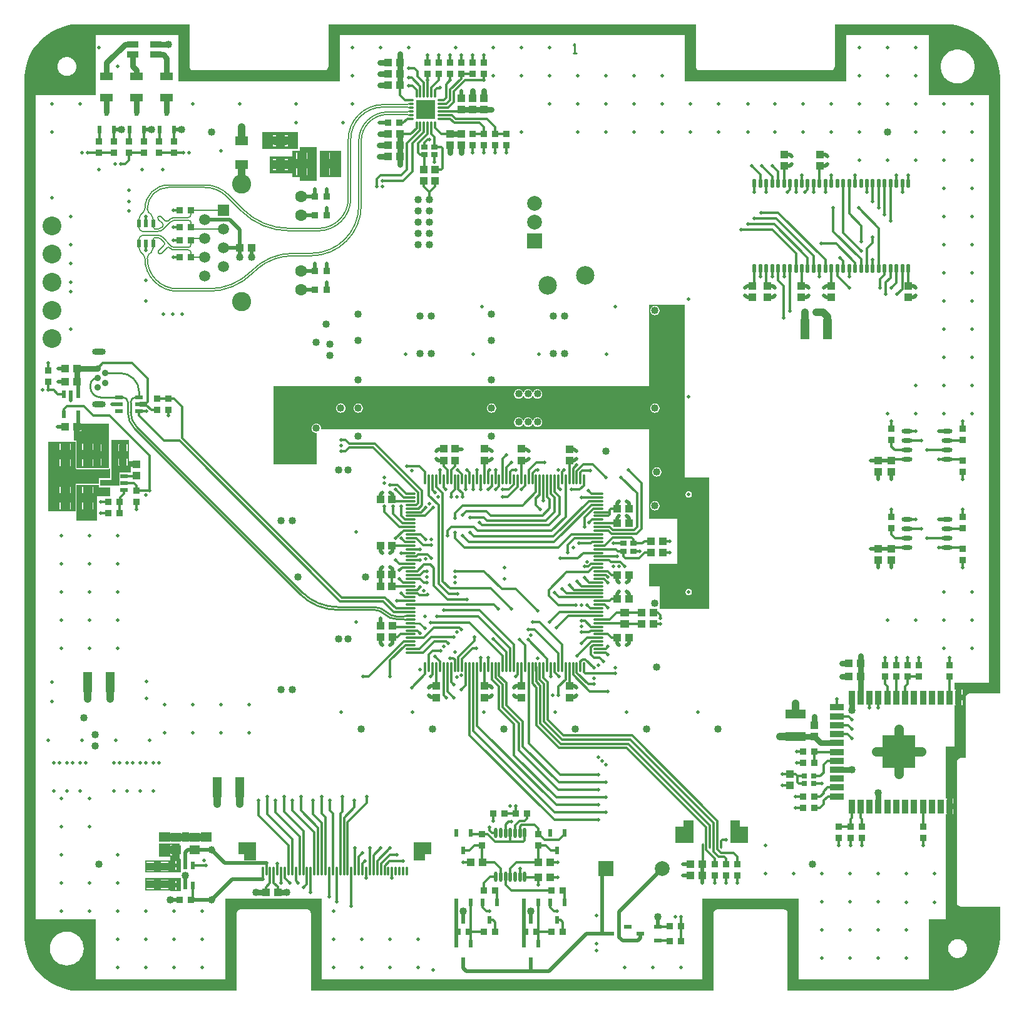
<source format=gtl>
G04*
G04 #@! TF.GenerationSoftware,Altium Limited,Altium Designer,22.9.1 (49)*
G04*
G04 Layer_Physical_Order=1*
G04 Layer_Color=255*
%FSLAX25Y25*%
%MOIN*%
G70*
G04*
G04 #@! TF.SameCoordinates,BD774D37-2A64-432E-85FC-E47F3F74055D*
G04*
G04*
G04 #@! TF.FilePolarity,Positive*
G04*
G01*
G75*
%ADD13R,0.04921X0.11024*%
%ADD14R,0.03740X0.03347*%
%ADD15R,0.05906X0.03543*%
%ADD16R,0.07165X0.04882*%
%ADD17R,0.03347X0.02953*%
G04:AMPARAMS|DCode=18|XSize=23.62mil|YSize=57.09mil|CornerRadius=11.81mil|HoleSize=0mil|Usage=FLASHONLY|Rotation=270.000|XOffset=0mil|YOffset=0mil|HoleType=Round|Shape=RoundedRectangle|*
%AMROUNDEDRECTD18*
21,1,0.02362,0.03347,0,0,270.0*
21,1,0.00000,0.05709,0,0,270.0*
1,1,0.02362,-0.01673,0.00000*
1,1,0.02362,-0.01673,0.00000*
1,1,0.02362,0.01673,0.00000*
1,1,0.02362,0.01673,0.00000*
%
%ADD18ROUNDEDRECTD18*%
%ADD19R,0.03937X0.03839*%
%ADD20R,0.03150X0.02756*%
%ADD21R,0.03839X0.03937*%
G04:AMPARAMS|DCode=22|XSize=11.81mil|YSize=55.12mil|CornerRadius=5.91mil|HoleSize=0mil|Usage=FLASHONLY|Rotation=270.000|XOffset=0mil|YOffset=0mil|HoleType=Round|Shape=RoundedRectangle|*
%AMROUNDEDRECTD22*
21,1,0.01181,0.04331,0,0,270.0*
21,1,0.00000,0.05512,0,0,270.0*
1,1,0.01181,-0.02165,0.00000*
1,1,0.01181,-0.02165,0.00000*
1,1,0.01181,0.02165,0.00000*
1,1,0.01181,0.02165,0.00000*
%
%ADD22ROUNDEDRECTD22*%
G04:AMPARAMS|DCode=23|XSize=11.81mil|YSize=55.12mil|CornerRadius=5.91mil|HoleSize=0mil|Usage=FLASHONLY|Rotation=180.000|XOffset=0mil|YOffset=0mil|HoleType=Round|Shape=RoundedRectangle|*
%AMROUNDEDRECTD23*
21,1,0.01181,0.04331,0,0,180.0*
21,1,0.00000,0.05512,0,0,180.0*
1,1,0.01181,0.00000,0.02165*
1,1,0.01181,0.00000,0.02165*
1,1,0.01181,0.00000,-0.02165*
1,1,0.01181,0.00000,-0.02165*
%
%ADD23ROUNDEDRECTD23*%
%ADD24R,0.04921X0.03937*%
G04:AMPARAMS|DCode=25|XSize=21.65mil|YSize=47.24mil|CornerRadius=10.83mil|HoleSize=0mil|Usage=FLASHONLY|Rotation=180.000|XOffset=0mil|YOffset=0mil|HoleType=Round|Shape=RoundedRectangle|*
%AMROUNDEDRECTD25*
21,1,0.02165,0.02559,0,0,180.0*
21,1,0.00000,0.04724,0,0,180.0*
1,1,0.02165,0.00000,0.01280*
1,1,0.02165,0.00000,0.01280*
1,1,0.02165,0.00000,-0.01280*
1,1,0.02165,0.00000,-0.01280*
%
%ADD25ROUNDEDRECTD25*%
%ADD26R,0.03201X0.07402*%
%ADD27R,0.07402X0.03201*%
%ADD28R,0.11024X0.04921*%
%ADD29R,0.03347X0.03740*%
G04:AMPARAMS|DCode=30|XSize=11.81mil|YSize=31.5mil|CornerRadius=5.91mil|HoleSize=0mil|Usage=FLASHONLY|Rotation=180.000|XOffset=0mil|YOffset=0mil|HoleType=Round|Shape=RoundedRectangle|*
%AMROUNDEDRECTD30*
21,1,0.01181,0.01968,0,0,180.0*
21,1,0.00000,0.03150,0,0,180.0*
1,1,0.01181,0.00000,0.00984*
1,1,0.01181,0.00000,0.00984*
1,1,0.01181,0.00000,-0.00984*
1,1,0.01181,0.00000,-0.00984*
%
%ADD30ROUNDEDRECTD30*%
%ADD31R,0.03937X0.03937*%
%ADD32R,0.03937X0.02362*%
%ADD33R,0.02362X0.03937*%
G04:AMPARAMS|DCode=34|XSize=17.72mil|YSize=55.12mil|CornerRadius=8.86mil|HoleSize=0mil|Usage=FLASHONLY|Rotation=0.000|XOffset=0mil|YOffset=0mil|HoleType=Round|Shape=RoundedRectangle|*
%AMROUNDEDRECTD34*
21,1,0.01772,0.03740,0,0,0.0*
21,1,0.00000,0.05512,0,0,0.0*
1,1,0.01772,0.00000,-0.01870*
1,1,0.01772,0.00000,-0.01870*
1,1,0.01772,0.00000,0.01870*
1,1,0.01772,0.00000,0.01870*
%
%ADD34ROUNDEDRECTD34*%
%ADD35R,0.05512X0.04528*%
%ADD36R,0.10630X0.03937*%
G04:AMPARAMS|DCode=37|XSize=11.81mil|YSize=47.24mil|CornerRadius=5.91mil|HoleSize=0mil|Usage=FLASHONLY|Rotation=180.000|XOffset=0mil|YOffset=0mil|HoleType=Round|Shape=RoundedRectangle|*
%AMROUNDEDRECTD37*
21,1,0.01181,0.03543,0,0,180.0*
21,1,0.00000,0.04724,0,0,180.0*
1,1,0.01181,0.00000,0.01772*
1,1,0.01181,0.00000,0.01772*
1,1,0.01181,0.00000,-0.01772*
1,1,0.01181,0.00000,-0.01772*
%
%ADD37ROUNDEDRECTD37*%
%ADD38R,0.06299X0.06299*%
%ADD39R,0.02362X0.04134*%
%ADD40R,0.03937X0.10630*%
G04:AMPARAMS|DCode=41|XSize=13.78mil|YSize=27.56mil|CornerRadius=6.89mil|HoleSize=0mil|Usage=FLASHONLY|Rotation=180.000|XOffset=0mil|YOffset=0mil|HoleType=Round|Shape=RoundedRectangle|*
%AMROUNDEDRECTD41*
21,1,0.01378,0.01378,0,0,180.0*
21,1,0.00000,0.02756,0,0,180.0*
1,1,0.01378,0.00000,0.00689*
1,1,0.01378,0.00000,0.00689*
1,1,0.01378,0.00000,-0.00689*
1,1,0.01378,0.00000,-0.00689*
%
%ADD41ROUNDEDRECTD41*%
G04:AMPARAMS|DCode=42|XSize=13.78mil|YSize=27.56mil|CornerRadius=6.89mil|HoleSize=0mil|Usage=FLASHONLY|Rotation=90.000|XOffset=0mil|YOffset=0mil|HoleType=Round|Shape=RoundedRectangle|*
%AMROUNDEDRECTD42*
21,1,0.01378,0.01378,0,0,90.0*
21,1,0.00000,0.02756,0,0,90.0*
1,1,0.01378,0.00689,0.00000*
1,1,0.01378,0.00689,0.00000*
1,1,0.01378,-0.00689,0.00000*
1,1,0.01378,-0.00689,0.00000*
%
%ADD42ROUNDEDRECTD42*%
%ADD43R,0.06693X0.04134*%
%ADD91C,0.02600*%
%ADD92C,0.00800*%
%ADD93C,0.01000*%
%ADD94C,0.00800*%
%ADD95C,0.04000*%
%ADD96C,0.03937*%
%ADD97R,0.17323X0.17323*%
%ADD98R,0.09843X0.09843*%
%ADD99C,0.04000*%
%ADD100C,0.02000*%
%ADD101C,0.01200*%
%ADD102C,0.03000*%
%ADD103C,0.05000*%
%ADD104C,0.09843*%
%ADD105C,0.06299*%
%ADD106R,0.05906X0.05906*%
%ADD107C,0.05906*%
%ADD108C,0.10236*%
%ADD109O,0.07284X0.03347*%
%ADD110C,0.03543*%
%ADD111C,0.07874*%
%ADD112R,0.07874X0.07874*%
%ADD113C,0.10000*%
%ADD114C,0.02000*%
G36*
X230315Y257477D02*
X231762D01*
X234642Y257193D01*
X237481Y256628D01*
X240251Y255788D01*
X242925Y254680D01*
X245477Y253316D01*
X247884Y251708D01*
X250121Y249872D01*
X252167Y247826D01*
X254004Y245588D01*
X255611Y243182D01*
X256976Y240629D01*
X258083Y237955D01*
X258924Y235186D01*
X259488Y232347D01*
X259772Y229467D01*
X259772Y228020D01*
X259772Y-99150D01*
X243606D01*
X242826Y-99305D01*
X242165Y-99747D01*
X241722Y-100409D01*
X241567Y-101189D01*
Y-133402D01*
X238882D01*
X238102Y-133557D01*
X237440Y-133999D01*
X236998Y-134661D01*
X236843Y-135441D01*
Y-210500D01*
X236998Y-211280D01*
X237440Y-211942D01*
X238102Y-212384D01*
X238882Y-212539D01*
X259772D01*
X259772Y-228004D01*
Y-229451D01*
X259488Y-232331D01*
X258924Y-235170D01*
X258083Y-237940D01*
X256976Y-240614D01*
X255611Y-243166D01*
X254004Y-245573D01*
X252167Y-247810D01*
X250121Y-249856D01*
X247884Y-251693D01*
X245477Y-253300D01*
X242925Y-254665D01*
X240251Y-255772D01*
X237481Y-256613D01*
X234642Y-257177D01*
X231762Y-257461D01*
X230315Y-257461D01*
X146724D01*
Y-216193D01*
X146569Y-215413D01*
X146127Y-214751D01*
X145465Y-214309D01*
X144685Y-214154D01*
X109252D01*
X108472Y-214309D01*
X107810Y-214751D01*
X107368Y-215413D01*
X107213Y-216193D01*
Y-257461D01*
X-107213D01*
Y-216193D01*
X-107368Y-215413D01*
X-107810Y-214751D01*
X-108472Y-214309D01*
X-109252Y-214154D01*
X-144685D01*
X-145465Y-214309D01*
X-146127Y-214751D01*
X-146569Y-215413D01*
X-146724Y-216193D01*
Y-257461D01*
X-230315Y-257461D01*
X-231762D01*
X-234642Y-257177D01*
X-237481Y-256613D01*
X-240251Y-255772D01*
X-242925Y-254665D01*
X-245477Y-253300D01*
X-247884Y-251693D01*
X-250121Y-249856D01*
X-252167Y-247810D01*
X-254004Y-245573D01*
X-255611Y-243166D01*
X-256976Y-240614D01*
X-258083Y-237940D01*
X-258924Y-235170D01*
X-259488Y-232331D01*
X-259772Y-229451D01*
X-259772Y-228004D01*
X-259772Y228020D01*
Y229467D01*
X-259488Y232347D01*
X-258924Y235186D01*
X-258083Y237955D01*
X-256976Y240629D01*
X-255611Y243182D01*
X-254004Y245588D01*
X-252167Y247826D01*
X-250121Y249872D01*
X-247884Y251708D01*
X-245477Y253316D01*
X-242925Y254680D01*
X-240251Y255788D01*
X-237481Y256628D01*
X-234642Y257193D01*
X-231762Y257477D01*
X-230315Y257477D01*
X-171882Y257477D01*
Y235016D01*
X-171726Y234235D01*
X-171284Y233574D01*
X-170623Y233132D01*
X-169843Y232977D01*
X-99843D01*
X-99062Y233132D01*
X-98401Y233574D01*
X-97959Y234235D01*
X-97803Y235016D01*
Y251500D01*
Y257477D01*
X97803D01*
Y251500D01*
Y235016D01*
X97959Y234235D01*
X98401Y233574D01*
X99062Y233132D01*
X99843Y232977D01*
X169843D01*
X170623Y233132D01*
X171284Y233574D01*
X171726Y234235D01*
X171882Y235016D01*
Y257477D01*
X230315Y257477D01*
D02*
G37*
%LPC*%
G36*
X-236919Y239900D02*
X-237481D01*
X-238039Y239837D01*
X-238586Y239712D01*
X-239116Y239527D01*
X-239622Y239283D01*
X-240098Y238984D01*
X-240537Y238634D01*
X-240934Y238237D01*
X-241284Y237798D01*
X-241583Y237322D01*
X-241827Y236816D01*
X-242012Y236286D01*
X-242137Y235739D01*
X-242200Y235181D01*
Y234619D01*
X-242137Y234061D01*
X-242012Y233514D01*
X-241827Y232984D01*
X-241583Y232478D01*
X-241284Y232002D01*
X-240934Y231563D01*
X-240537Y231166D01*
X-240098Y230816D01*
X-239622Y230517D01*
X-239116Y230273D01*
X-238586Y230088D01*
X-238039Y229963D01*
X-237481Y229900D01*
X-236919D01*
X-236361Y229963D01*
X-235814Y230088D01*
X-235284Y230273D01*
X-234778Y230517D01*
X-234302Y230816D01*
X-233863Y231166D01*
X-233466Y231563D01*
X-233116Y232002D01*
X-232817Y232478D01*
X-232573Y232984D01*
X-232388Y233514D01*
X-232263Y234061D01*
X-232200Y234619D01*
Y235181D01*
X-232263Y235739D01*
X-232388Y236286D01*
X-232573Y236816D01*
X-232817Y237322D01*
X-233116Y237798D01*
X-233466Y238237D01*
X-233863Y238634D01*
X-234302Y238984D01*
X-234778Y239283D01*
X-235284Y239527D01*
X-235814Y239712D01*
X-236361Y239837D01*
X-236919Y239900D01*
D02*
G37*
G36*
X221800Y251500D02*
X177800D01*
Y227000D01*
X91900D01*
Y251500D01*
X-91900D01*
Y227000D01*
X-177800D01*
Y251500D01*
X-221800D01*
Y219500D01*
X-253800D01*
Y-219500D01*
X-221800D01*
Y-251500D01*
X-152700D01*
Y-208200D01*
X-101300D01*
Y-251500D01*
X101300D01*
Y-208200D01*
X152700D01*
Y-251500D01*
X221800D01*
Y-219500D01*
X230900D01*
Y-163390D01*
X231469D01*
Y-159189D01*
Y-154988D01*
X230900D01*
Y-127500D01*
X235600D01*
Y-105780D01*
X235609Y-105390D01*
X235994Y-105390D01*
X236210D01*
Y-101189D01*
Y-96988D01*
X235609D01*
X235600Y-96598D01*
Y-93200D01*
X253800D01*
Y219500D01*
X221800D01*
Y251500D01*
D02*
G37*
G36*
X237593Y243900D02*
X236807D01*
X236024Y243831D01*
X235250Y243695D01*
X234491Y243492D01*
X233753Y243223D01*
X233040Y242891D01*
X232360Y242498D01*
X231716Y242047D01*
X231114Y241542D01*
X230558Y240986D01*
X230053Y240384D01*
X229602Y239740D01*
X229209Y239060D01*
X228877Y238347D01*
X228608Y237609D01*
X228405Y236850D01*
X228269Y236076D01*
X228200Y235293D01*
Y234507D01*
X228269Y233724D01*
X228405Y232950D01*
X228608Y232191D01*
X228877Y231453D01*
X229209Y230740D01*
X229602Y230060D01*
X230053Y229416D01*
X230558Y228814D01*
X231114Y228258D01*
X231716Y227753D01*
X232360Y227302D01*
X233040Y226909D01*
X233753Y226577D01*
X234491Y226308D01*
X235250Y226105D01*
X236024Y225969D01*
X236807Y225900D01*
X237593D01*
X238376Y225969D01*
X239150Y226105D01*
X239909Y226308D01*
X240647Y226577D01*
X241360Y226909D01*
X242040Y227302D01*
X242684Y227753D01*
X243286Y228258D01*
X243842Y228814D01*
X244347Y229416D01*
X244798Y230060D01*
X245191Y230740D01*
X245523Y231453D01*
X245792Y232191D01*
X245995Y232950D01*
X246131Y233724D01*
X246200Y234507D01*
Y235293D01*
X246131Y236076D01*
X245995Y236850D01*
X245792Y237609D01*
X245523Y238347D01*
X245191Y239060D01*
X244798Y239740D01*
X244347Y240384D01*
X243842Y240986D01*
X243286Y241542D01*
X242684Y242047D01*
X242040Y242498D01*
X241360Y242891D01*
X240647Y243223D01*
X239909Y243492D01*
X239150Y243695D01*
X238376Y243831D01*
X237593Y243900D01*
D02*
G37*
G36*
X239210Y-96988D02*
Y-99689D01*
X239810D01*
Y-96988D01*
X239210D01*
D02*
G37*
G36*
X239810Y-102689D02*
X239210D01*
Y-105390D01*
X239810D01*
Y-102689D01*
D02*
G37*
G36*
X235070Y-154988D02*
X234469D01*
Y-157689D01*
X235070D01*
Y-154988D01*
D02*
G37*
G36*
Y-160689D02*
X234469D01*
Y-163390D01*
X235070D01*
Y-160689D01*
D02*
G37*
G36*
X237481Y-229900D02*
X236919D01*
X236361Y-229963D01*
X235814Y-230088D01*
X235284Y-230273D01*
X234778Y-230517D01*
X234302Y-230816D01*
X233863Y-231166D01*
X233466Y-231563D01*
X233116Y-232002D01*
X232817Y-232478D01*
X232573Y-232984D01*
X232388Y-233514D01*
X232263Y-234061D01*
X232200Y-234619D01*
Y-235181D01*
X232263Y-235739D01*
X232388Y-236286D01*
X232573Y-236816D01*
X232817Y-237322D01*
X233116Y-237798D01*
X233466Y-238237D01*
X233863Y-238634D01*
X234302Y-238984D01*
X234778Y-239283D01*
X235284Y-239527D01*
X235814Y-239712D01*
X236361Y-239837D01*
X236919Y-239900D01*
X237481D01*
X238039Y-239837D01*
X238586Y-239712D01*
X239116Y-239527D01*
X239622Y-239283D01*
X240098Y-238984D01*
X240537Y-238634D01*
X240934Y-238237D01*
X241284Y-237798D01*
X241583Y-237322D01*
X241827Y-236816D01*
X242012Y-236286D01*
X242137Y-235739D01*
X242200Y-235181D01*
Y-234619D01*
X242137Y-234061D01*
X242012Y-233514D01*
X241827Y-232984D01*
X241583Y-232478D01*
X241284Y-232002D01*
X240934Y-231563D01*
X240537Y-231166D01*
X240098Y-230816D01*
X239622Y-230517D01*
X239116Y-230273D01*
X238586Y-230088D01*
X238039Y-229963D01*
X237481Y-229900D01*
D02*
G37*
G36*
X-236807Y-225900D02*
X-237593D01*
X-238376Y-225969D01*
X-239150Y-226105D01*
X-239909Y-226308D01*
X-240647Y-226577D01*
X-241360Y-226909D01*
X-242040Y-227302D01*
X-242684Y-227753D01*
X-243286Y-228258D01*
X-243842Y-228814D01*
X-244347Y-229416D01*
X-244798Y-230060D01*
X-245191Y-230740D01*
X-245523Y-231453D01*
X-245792Y-232191D01*
X-245995Y-232950D01*
X-246131Y-233724D01*
X-246200Y-234507D01*
Y-235293D01*
X-246131Y-236076D01*
X-245995Y-236850D01*
X-245792Y-237609D01*
X-245523Y-238347D01*
X-245191Y-239060D01*
X-244798Y-239740D01*
X-244347Y-240384D01*
X-243842Y-240986D01*
X-243286Y-241542D01*
X-242684Y-242047D01*
X-242040Y-242498D01*
X-241360Y-242891D01*
X-240647Y-243223D01*
X-239909Y-243492D01*
X-239150Y-243695D01*
X-238376Y-243831D01*
X-237593Y-243900D01*
X-236807D01*
X-236024Y-243831D01*
X-235250Y-243695D01*
X-234491Y-243492D01*
X-233753Y-243223D01*
X-233040Y-242891D01*
X-232360Y-242498D01*
X-231716Y-242047D01*
X-231114Y-241542D01*
X-230558Y-240986D01*
X-230053Y-240384D01*
X-229602Y-239740D01*
X-229209Y-239060D01*
X-228877Y-238347D01*
X-228608Y-237609D01*
X-228405Y-236850D01*
X-228269Y-236076D01*
X-228200Y-235293D01*
Y-234507D01*
X-228269Y-233724D01*
X-228405Y-232950D01*
X-228608Y-232191D01*
X-228877Y-231453D01*
X-229209Y-230740D01*
X-229602Y-230060D01*
X-230053Y-229416D01*
X-230558Y-228814D01*
X-231114Y-228258D01*
X-231716Y-227753D01*
X-232360Y-227302D01*
X-233040Y-226909D01*
X-233753Y-226577D01*
X-234491Y-226308D01*
X-235250Y-226105D01*
X-236024Y-225969D01*
X-236807Y-225900D01*
D02*
G37*
%LPD*%
G36*
X-114000Y191000D02*
X-133000D01*
Y200000D01*
X-114000D01*
Y191000D01*
D02*
G37*
G36*
X-91000Y176000D02*
X-102500D01*
Y176988D01*
X-102496D01*
Y183000D01*
Y189012D01*
X-102500D01*
Y190000D01*
X-91000D01*
Y176000D01*
D02*
G37*
G36*
X-104000Y174000D02*
X-113000D01*
Y176000D01*
X-117000D01*
Y178000D01*
X-129000D01*
Y187000D01*
X-117000D01*
Y190000D01*
X-113000D01*
Y192000D01*
X-104000D01*
Y174000D01*
D02*
G37*
G36*
X-214700Y33815D02*
X-214824D01*
Y28000D01*
Y22185D01*
X-214700D01*
Y21000D01*
X-232000D01*
Y35500D01*
X-233500D01*
Y40532D01*
X-233500D01*
Y43000D01*
X-231900D01*
Y44600D01*
X-229480D01*
Y44639D01*
X-214700D01*
Y33815D01*
D02*
G37*
G36*
X-233500Y34990D02*
X-232510D01*
Y21000D01*
X-232500Y20951D01*
Y20500D01*
X-232049D01*
X-232000Y20490D01*
X-214700D01*
X-214651Y20500D01*
X-214010D01*
Y15500D01*
X-220000D01*
Y14549D01*
X-220010Y14500D01*
Y12500D01*
X-232500Y12500D01*
Y12500D01*
X-232500Y12500D01*
X-232500D01*
X-232500Y-2000D01*
X-247000D01*
Y35000D01*
X-233549D01*
X-233500Y34990D01*
D02*
G37*
G36*
X-204000Y24500D02*
X-198500D01*
Y21500D01*
X-203000D01*
Y18500D01*
X-209000D01*
Y18421D01*
X-209154D01*
Y15059D01*
X-209154D01*
Y14681D01*
X-209154D01*
Y11500D01*
X-219500D01*
Y14500D01*
X-213500D01*
Y36000D01*
X-204000D01*
Y24500D01*
D02*
G37*
G36*
X-220010Y11500D02*
X-220000Y11451D01*
Y10500D01*
X-214000D01*
Y6000D01*
X-221000D01*
Y-7000D01*
X-232000D01*
Y-2049D01*
X-231990Y-2000D01*
X-231990Y11990D01*
X-220010Y11990D01*
Y11500D01*
D02*
G37*
G36*
X92000Y16000D02*
X105000D01*
Y-54000D01*
X78500D01*
Y-51098D01*
X78508Y-51000D01*
X78500Y-50902D01*
Y-42000D01*
X73000D01*
Y-30000D01*
X88000D01*
Y-6000D01*
X73000D01*
Y41500D01*
X-101806D01*
X-101868Y41579D01*
X-101799Y41868D01*
X-101768Y42260D01*
X-101799Y42652D01*
X-101891Y43035D01*
X-102041Y43398D01*
X-102247Y43734D01*
X-102502Y44033D01*
X-102802Y44289D01*
X-103137Y44494D01*
X-103501Y44645D01*
X-103883Y44737D01*
X-104276Y44768D01*
X-104668Y44737D01*
X-105051Y44645D01*
X-105414Y44494D01*
X-105750Y44289D01*
X-106049Y44033D01*
X-106304Y43734D01*
X-106510Y43398D01*
X-106661Y43035D01*
X-106752Y42652D01*
X-106783Y42260D01*
X-106752Y41868D01*
X-106661Y41485D01*
X-106510Y41121D01*
X-106304Y40786D01*
X-106049Y40487D01*
X-105750Y40231D01*
X-105414Y40025D01*
X-105051Y39875D01*
X-104668Y39783D01*
X-104276Y39752D01*
X-104073Y39768D01*
X-104000Y39700D01*
Y23000D01*
X-127000D01*
Y64500D01*
X73000D01*
Y108000D01*
X92000D01*
Y16000D01*
D02*
G37*
G36*
X-160028Y-178000D02*
X-165744D01*
Y-177555D01*
X-172256D01*
Y-178000D01*
X-175744D01*
Y-177555D01*
X-182256D01*
Y-178000D01*
X-188000D01*
Y-173000D01*
X-182256D01*
Y-173555D01*
X-175744D01*
Y-173000D01*
X-172256D01*
Y-173555D01*
X-165744D01*
Y-173000D01*
X-160028D01*
Y-178000D01*
D02*
G37*
G36*
X121311Y-170118D02*
X125641Y-170118D01*
Y-178779D01*
X116192D01*
Y-166771D01*
X121311Y-166771D01*
Y-170118D01*
D02*
G37*
G36*
X96508Y-178779D02*
X87059Y-178779D01*
Y-170118D01*
X91389Y-170118D01*
Y-166771D01*
X96508D01*
Y-178779D01*
D02*
G37*
G36*
X-43122Y-184691D02*
X-46272D01*
Y-187840D01*
X-52571D01*
Y-184691D01*
Y-178391D01*
X-43122D01*
Y-184691D01*
D02*
G37*
G36*
X-136429D02*
Y-187840D01*
X-142728D01*
Y-184691D01*
X-145878D01*
Y-178391D01*
X-136429D01*
Y-184691D01*
D02*
G37*
G36*
X-177000Y-179681D02*
Y-182445D01*
Y-185209D01*
Y-187000D01*
X-176500Y-187500D01*
Y-188216D01*
X-176590D01*
Y-190685D01*
Y-193154D01*
X-176500D01*
Y-194500D01*
X-195500D01*
Y-188000D01*
X-182000D01*
Y-186000D01*
X-188000D01*
Y-179000D01*
X-177000D01*
Y-179681D01*
D02*
G37*
G36*
X-176500Y-198846D02*
X-176590D01*
Y-201315D01*
Y-203783D01*
X-176500D01*
Y-204500D01*
X-182000D01*
Y-204000D01*
X-195500D01*
Y-197500D01*
X-176500D01*
Y-198846D01*
D02*
G37*
%LPC*%
G36*
X-119417Y198358D02*
X-121250D01*
Y197667D01*
X-119417D01*
Y198358D01*
D02*
G37*
G36*
X-125750D02*
X-127583D01*
Y197667D01*
X-125750D01*
Y198358D01*
D02*
G37*
G36*
X-119417Y193167D02*
X-121250D01*
Y192476D01*
X-119417D01*
Y193167D01*
D02*
G37*
G36*
X-125750D02*
X-127583D01*
Y192476D01*
X-125750D01*
Y193167D01*
D02*
G37*
G36*
X-97035Y189012D02*
X-97496D01*
Y185500D01*
X-97035D01*
Y189012D01*
D02*
G37*
G36*
Y180500D02*
X-97496D01*
Y176988D01*
X-97035D01*
Y180500D01*
D02*
G37*
G36*
X-109043Y189012D02*
X-109504D01*
Y185500D01*
X-109043D01*
Y189012D01*
D02*
G37*
G36*
X-114504D02*
X-114965D01*
Y185500D01*
X-114504D01*
Y189012D01*
D02*
G37*
G36*
X-119417Y185524D02*
X-121250D01*
Y184833D01*
X-119417D01*
Y185524D01*
D02*
G37*
G36*
X-125750D02*
X-127583D01*
Y184833D01*
X-125750D01*
Y185524D01*
D02*
G37*
G36*
X-119417Y180333D02*
X-121250D01*
Y179642D01*
X-119417D01*
Y180333D01*
D02*
G37*
G36*
X-125750D02*
X-127583D01*
Y179642D01*
X-125750D01*
Y180333D01*
D02*
G37*
G36*
X-109043Y180500D02*
X-109504D01*
Y176988D01*
X-109043D01*
Y180500D01*
D02*
G37*
G36*
X-114504D02*
X-114965D01*
Y176988D01*
X-114504D01*
Y180500D01*
D02*
G37*
G36*
X-229480Y41400D02*
X-230300D01*
Y40532D01*
X-229480D01*
Y41400D01*
D02*
G37*
G36*
X-223035Y34012D02*
X-223496D01*
Y30500D01*
X-223035D01*
Y34012D01*
D02*
G37*
G36*
X-228496D02*
X-228957D01*
Y30500D01*
X-228496D01*
Y34012D01*
D02*
G37*
G36*
X-218624Y33815D02*
X-219193D01*
Y29900D01*
X-218624D01*
Y33815D01*
D02*
G37*
G36*
Y26100D02*
X-219193D01*
Y22185D01*
X-218624D01*
Y26100D01*
D02*
G37*
G36*
X-223035Y25500D02*
X-223496D01*
Y21988D01*
X-223035D01*
Y25500D01*
D02*
G37*
G36*
X-228496D02*
X-228957D01*
Y21988D01*
X-228496D01*
Y25500D01*
D02*
G37*
G36*
X-235043Y34012D02*
X-235504D01*
Y30500D01*
X-235043D01*
Y34012D01*
D02*
G37*
G36*
X-240504D02*
X-240965D01*
Y30500D01*
X-240504D01*
Y34012D01*
D02*
G37*
G36*
X-235043Y25500D02*
X-235504D01*
Y21988D01*
X-235043D01*
Y25500D01*
D02*
G37*
G36*
X-240504D02*
X-240965D01*
Y21988D01*
X-240504D01*
Y25500D01*
D02*
G37*
G36*
X-235043Y11012D02*
X-235504D01*
Y7500D01*
X-235043D01*
Y11012D01*
D02*
G37*
G36*
X-240504D02*
X-240965D01*
Y7500D01*
X-240504D01*
Y11012D01*
D02*
G37*
G36*
X-235043Y2500D02*
X-235504D01*
Y-1012D01*
X-235043D01*
Y2500D01*
D02*
G37*
G36*
X-240504D02*
X-240965D01*
Y-1012D01*
X-240504D01*
Y2500D01*
D02*
G37*
G36*
X-204807Y33815D02*
X-205376D01*
Y29900D01*
X-204807D01*
Y33815D01*
D02*
G37*
G36*
X-209176D02*
X-209744D01*
Y29900D01*
X-209176D01*
Y33815D01*
D02*
G37*
G36*
X-204807Y26100D02*
X-205376D01*
Y22185D01*
X-204807D01*
Y26100D01*
D02*
G37*
G36*
X-209176D02*
X-209744D01*
Y22185D01*
X-209176D01*
Y26100D01*
D02*
G37*
G36*
X-223035Y11012D02*
X-223496D01*
Y7500D01*
X-223035D01*
Y11012D01*
D02*
G37*
G36*
X-228496D02*
X-228957D01*
Y7500D01*
X-228496D01*
Y11012D01*
D02*
G37*
G36*
X-223035Y2500D02*
X-223496D01*
Y-1012D01*
X-223035D01*
Y2500D01*
D02*
G37*
G36*
X-228496D02*
X-228957D01*
Y-1012D01*
X-228496D01*
Y2500D01*
D02*
G37*
G36*
X76000Y107508D02*
X75608Y107477D01*
X75225Y107385D01*
X74862Y107234D01*
X74526Y107029D01*
X74227Y106773D01*
X73971Y106474D01*
X73766Y106139D01*
X73615Y105775D01*
X73523Y105392D01*
X73492Y105000D01*
X73523Y104608D01*
X73615Y104225D01*
X73766Y103861D01*
X73971Y103526D01*
X74227Y103227D01*
X74526Y102971D01*
X74862Y102766D01*
X75225Y102615D01*
X75608Y102523D01*
X76000Y102492D01*
X76392Y102523D01*
X76775Y102615D01*
X77139Y102766D01*
X77474Y102971D01*
X77773Y103227D01*
X78029Y103526D01*
X78234Y103861D01*
X78385Y104225D01*
X78477Y104608D01*
X78508Y105000D01*
X78477Y105392D01*
X78385Y105775D01*
X78234Y106139D01*
X78029Y106474D01*
X77773Y106773D01*
X77474Y107029D01*
X77139Y107234D01*
X76775Y107385D01*
X76392Y107477D01*
X76000Y107508D01*
D02*
G37*
G36*
X13500Y63008D02*
X13108Y62977D01*
X12725Y62885D01*
X12361Y62734D01*
X12026Y62529D01*
X11727Y62273D01*
X11471Y61974D01*
X11266Y61638D01*
X11115Y61275D01*
X11051Y61010D01*
X10949D01*
X10885Y61275D01*
X10734Y61638D01*
X10529Y61974D01*
X10273Y62273D01*
X9974Y62529D01*
X9639Y62734D01*
X9275Y62885D01*
X8892Y62977D01*
X8500Y63008D01*
X8108Y62977D01*
X7725Y62885D01*
X7361Y62734D01*
X7026Y62529D01*
X6727Y62273D01*
X6471Y61974D01*
X6266Y61638D01*
X6115Y61275D01*
X6051Y61010D01*
X5949D01*
X5885Y61275D01*
X5734Y61638D01*
X5529Y61974D01*
X5273Y62273D01*
X4974Y62529D01*
X4639Y62734D01*
X4275Y62885D01*
X3892Y62977D01*
X3500Y63008D01*
X3108Y62977D01*
X2725Y62885D01*
X2362Y62734D01*
X2026Y62529D01*
X1727Y62273D01*
X1471Y61974D01*
X1266Y61638D01*
X1115Y61275D01*
X1023Y60892D01*
X992Y60500D01*
X1023Y60108D01*
X1115Y59725D01*
X1266Y59361D01*
X1471Y59026D01*
X1727Y58727D01*
X2026Y58471D01*
X2362Y58266D01*
X2725Y58115D01*
X3108Y58023D01*
X3500Y57992D01*
X3892Y58023D01*
X4275Y58115D01*
X4639Y58266D01*
X4974Y58471D01*
X5273Y58727D01*
X5529Y59026D01*
X5734Y59361D01*
X5885Y59725D01*
X5949Y59990D01*
X6051D01*
X6115Y59725D01*
X6266Y59361D01*
X6471Y59026D01*
X6727Y58727D01*
X7026Y58471D01*
X7361Y58266D01*
X7725Y58115D01*
X8108Y58023D01*
X8500Y57992D01*
X8892Y58023D01*
X9275Y58115D01*
X9639Y58266D01*
X9974Y58471D01*
X10273Y58727D01*
X10529Y59026D01*
X10734Y59361D01*
X10885Y59725D01*
X10949Y59990D01*
X11051D01*
X11115Y59725D01*
X11266Y59361D01*
X11471Y59026D01*
X11727Y58727D01*
X12026Y58471D01*
X12361Y58266D01*
X12725Y58115D01*
X13108Y58023D01*
X13500Y57992D01*
X13892Y58023D01*
X14275Y58115D01*
X14638Y58266D01*
X14974Y58471D01*
X15273Y58727D01*
X15529Y59026D01*
X15734Y59361D01*
X15885Y59725D01*
X15977Y60108D01*
X16008Y60500D01*
X15977Y60892D01*
X15885Y61275D01*
X15734Y61638D01*
X15529Y61974D01*
X15273Y62273D01*
X14974Y62529D01*
X14638Y62734D01*
X14275Y62885D01*
X13892Y62977D01*
X13500Y63008D01*
D02*
G37*
G36*
X76000Y55508D02*
X75608Y55477D01*
X75225Y55385D01*
X74862Y55234D01*
X74526Y55029D01*
X74227Y54773D01*
X73971Y54474D01*
X73766Y54138D01*
X73615Y53775D01*
X73523Y53392D01*
X73492Y53000D01*
X73523Y52608D01*
X73615Y52225D01*
X73766Y51862D01*
X73971Y51526D01*
X74227Y51227D01*
X74526Y50971D01*
X74862Y50766D01*
X75225Y50615D01*
X75608Y50523D01*
X76000Y50492D01*
X76392Y50523D01*
X76775Y50615D01*
X77139Y50766D01*
X77474Y50971D01*
X77773Y51227D01*
X78029Y51526D01*
X78234Y51862D01*
X78385Y52225D01*
X78477Y52608D01*
X78508Y53000D01*
X78477Y53392D01*
X78385Y53775D01*
X78234Y54138D01*
X78029Y54474D01*
X77773Y54773D01*
X77474Y55029D01*
X77139Y55234D01*
X76775Y55385D01*
X76392Y55477D01*
X76000Y55508D01*
D02*
G37*
G36*
X-11000D02*
X-11392Y55477D01*
X-11775Y55385D01*
X-12139Y55234D01*
X-12474Y55029D01*
X-12773Y54773D01*
X-13029Y54474D01*
X-13234Y54138D01*
X-13385Y53775D01*
X-13477Y53392D01*
X-13508Y53000D01*
X-13477Y52608D01*
X-13385Y52225D01*
X-13234Y51862D01*
X-13029Y51526D01*
X-12773Y51227D01*
X-12474Y50971D01*
X-12139Y50766D01*
X-11775Y50615D01*
X-11392Y50523D01*
X-11000Y50492D01*
X-10608Y50523D01*
X-10225Y50615D01*
X-9861Y50766D01*
X-9526Y50971D01*
X-9227Y51227D01*
X-8971Y51526D01*
X-8766Y51862D01*
X-8615Y52225D01*
X-8523Y52608D01*
X-8492Y53000D01*
X-8523Y53392D01*
X-8615Y53775D01*
X-8766Y54138D01*
X-8971Y54474D01*
X-9227Y54773D01*
X-9526Y55029D01*
X-9861Y55234D01*
X-10225Y55385D01*
X-10608Y55477D01*
X-11000Y55508D01*
D02*
G37*
G36*
X-82000D02*
X-82392Y55477D01*
X-82775Y55385D01*
X-83139Y55234D01*
X-83474Y55029D01*
X-83773Y54773D01*
X-84029Y54474D01*
X-84234Y54138D01*
X-84385Y53775D01*
X-84477Y53392D01*
X-84508Y53000D01*
X-84477Y52608D01*
X-84385Y52225D01*
X-84234Y51862D01*
X-84029Y51526D01*
X-83773Y51227D01*
X-83474Y50971D01*
X-83139Y50766D01*
X-82775Y50615D01*
X-82392Y50523D01*
X-82000Y50492D01*
X-81608Y50523D01*
X-81225Y50615D01*
X-80862Y50766D01*
X-80526Y50971D01*
X-80227Y51227D01*
X-79971Y51526D01*
X-79766Y51862D01*
X-79615Y52225D01*
X-79523Y52608D01*
X-79492Y53000D01*
X-79523Y53392D01*
X-79615Y53775D01*
X-79766Y54138D01*
X-79971Y54474D01*
X-80227Y54773D01*
X-80526Y55029D01*
X-80862Y55234D01*
X-81225Y55385D01*
X-81608Y55477D01*
X-82000Y55508D01*
D02*
G37*
G36*
X-91272D02*
X-91664Y55477D01*
X-92047Y55385D01*
X-92410Y55234D01*
X-92746Y55029D01*
X-93045Y54773D01*
X-93300Y54474D01*
X-93506Y54138D01*
X-93657Y53775D01*
X-93748Y53392D01*
X-93779Y53000D01*
X-93748Y52608D01*
X-93657Y52225D01*
X-93506Y51862D01*
X-93300Y51526D01*
X-93045Y51227D01*
X-92746Y50971D01*
X-92410Y50766D01*
X-92047Y50615D01*
X-91664Y50523D01*
X-91272Y50492D01*
X-90879Y50523D01*
X-90497Y50615D01*
X-90133Y50766D01*
X-89798Y50971D01*
X-89498Y51227D01*
X-89243Y51526D01*
X-89037Y51862D01*
X-88887Y52225D01*
X-88795Y52608D01*
X-88764Y53000D01*
X-88795Y53392D01*
X-88887Y53775D01*
X-89037Y54138D01*
X-89243Y54474D01*
X-89498Y54773D01*
X-89798Y55029D01*
X-90133Y55234D01*
X-90497Y55385D01*
X-90879Y55477D01*
X-91272Y55508D01*
D02*
G37*
G36*
X13500Y48008D02*
X13108Y47977D01*
X12725Y47885D01*
X12361Y47734D01*
X12026Y47529D01*
X11727Y47273D01*
X11471Y46974D01*
X11266Y46639D01*
X11115Y46275D01*
X11051Y46010D01*
X10949D01*
X10885Y46275D01*
X10734Y46639D01*
X10529Y46974D01*
X10273Y47273D01*
X9974Y47529D01*
X9639Y47734D01*
X9275Y47885D01*
X8892Y47977D01*
X8500Y48008D01*
X8108Y47977D01*
X7725Y47885D01*
X7361Y47734D01*
X7026Y47529D01*
X6727Y47273D01*
X6471Y46974D01*
X6266Y46639D01*
X6115Y46275D01*
X6051Y46010D01*
X5949D01*
X5885Y46275D01*
X5734Y46639D01*
X5529Y46974D01*
X5273Y47273D01*
X4974Y47529D01*
X4639Y47734D01*
X4275Y47885D01*
X3892Y47977D01*
X3500Y48008D01*
X3108Y47977D01*
X2725Y47885D01*
X2362Y47734D01*
X2026Y47529D01*
X1727Y47273D01*
X1471Y46974D01*
X1266Y46639D01*
X1115Y46275D01*
X1023Y45892D01*
X992Y45500D01*
X1023Y45108D01*
X1115Y44725D01*
X1266Y44361D01*
X1471Y44026D01*
X1727Y43727D01*
X2026Y43471D01*
X2362Y43266D01*
X2725Y43115D01*
X3108Y43023D01*
X3500Y42992D01*
X3892Y43023D01*
X4275Y43115D01*
X4639Y43266D01*
X4974Y43471D01*
X5273Y43727D01*
X5529Y44026D01*
X5734Y44361D01*
X5885Y44725D01*
X5949Y44990D01*
X6051D01*
X6115Y44725D01*
X6266Y44361D01*
X6471Y44026D01*
X6727Y43727D01*
X7026Y43471D01*
X7361Y43266D01*
X7725Y43115D01*
X8108Y43023D01*
X8500Y42992D01*
X8892Y43023D01*
X9275Y43115D01*
X9639Y43266D01*
X9974Y43471D01*
X10273Y43727D01*
X10529Y44026D01*
X10734Y44361D01*
X10885Y44725D01*
X10949Y44990D01*
X11051D01*
X11115Y44725D01*
X11266Y44361D01*
X11471Y44026D01*
X11727Y43727D01*
X12026Y43471D01*
X12361Y43266D01*
X12725Y43115D01*
X13108Y43023D01*
X13500Y42992D01*
X13892Y43023D01*
X14275Y43115D01*
X14638Y43266D01*
X14974Y43471D01*
X15273Y43727D01*
X15529Y44026D01*
X15734Y44361D01*
X15885Y44725D01*
X15977Y45108D01*
X16008Y45500D01*
X15977Y45892D01*
X15885Y46275D01*
X15734Y46639D01*
X15529Y46974D01*
X15273Y47273D01*
X14974Y47529D01*
X14638Y47734D01*
X14275Y47885D01*
X13892Y47977D01*
X13500Y48008D01*
D02*
G37*
G36*
X77000Y21508D02*
X76608Y21477D01*
X76225Y21385D01*
X75862Y21234D01*
X75526Y21029D01*
X75227Y20773D01*
X74971Y20474D01*
X74766Y20139D01*
X74615Y19775D01*
X74523Y19392D01*
X74492Y19000D01*
X74523Y18608D01*
X74615Y18225D01*
X74766Y17862D01*
X74971Y17526D01*
X75227Y17227D01*
X75526Y16971D01*
X75862Y16766D01*
X76225Y16615D01*
X76608Y16523D01*
X77000Y16492D01*
X77392Y16523D01*
X77775Y16615D01*
X78139Y16766D01*
X78474Y16971D01*
X78773Y17227D01*
X79029Y17526D01*
X79234Y17862D01*
X79385Y18225D01*
X79477Y18608D01*
X79508Y19000D01*
X79477Y19392D01*
X79385Y19775D01*
X79234Y20139D01*
X79029Y20474D01*
X78773Y20773D01*
X78474Y21029D01*
X78139Y21234D01*
X77775Y21385D01*
X77392Y21477D01*
X77000Y21508D01*
D02*
G37*
G36*
X94000Y8708D02*
X93667Y8675D01*
X93346Y8578D01*
X93051Y8420D01*
X92792Y8208D01*
X92580Y7949D01*
X92422Y7654D01*
X92325Y7333D01*
X92292Y7000D01*
X92325Y6667D01*
X92422Y6346D01*
X92580Y6051D01*
X92792Y5792D01*
X93051Y5580D01*
X93346Y5422D01*
X93667Y5325D01*
X94000Y5292D01*
X94333Y5325D01*
X94654Y5422D01*
X94949Y5580D01*
X95208Y5792D01*
X95420Y6051D01*
X95578Y6346D01*
X95675Y6667D01*
X95708Y7000D01*
X95675Y7333D01*
X95578Y7654D01*
X95420Y7949D01*
X95208Y8208D01*
X94949Y8420D01*
X94654Y8578D01*
X94333Y8675D01*
X94000Y8708D01*
D02*
G37*
G36*
X76000Y3508D02*
X75608Y3477D01*
X75225Y3385D01*
X74862Y3234D01*
X74526Y3029D01*
X74227Y2773D01*
X73971Y2474D01*
X73766Y2138D01*
X73615Y1775D01*
X73523Y1392D01*
X73492Y1000D01*
X73523Y608D01*
X73615Y225D01*
X73766Y-138D01*
X73971Y-474D01*
X74227Y-773D01*
X74526Y-1029D01*
X74862Y-1234D01*
X75225Y-1385D01*
X75608Y-1477D01*
X76000Y-1508D01*
X76392Y-1477D01*
X76775Y-1385D01*
X77139Y-1234D01*
X77474Y-1029D01*
X77773Y-773D01*
X78029Y-474D01*
X78234Y-138D01*
X78385Y225D01*
X78477Y608D01*
X78508Y1000D01*
X78477Y1392D01*
X78385Y1775D01*
X78234Y2138D01*
X78029Y2474D01*
X77773Y2773D01*
X77474Y3029D01*
X77139Y3234D01*
X76775Y3385D01*
X76392Y3477D01*
X76000Y3508D01*
D02*
G37*
G36*
X94000Y-43292D02*
X93667Y-43325D01*
X93346Y-43422D01*
X93051Y-43580D01*
X92792Y-43792D01*
X92580Y-44051D01*
X92422Y-44346D01*
X92325Y-44667D01*
X92292Y-45000D01*
X92325Y-45333D01*
X92422Y-45654D01*
X92580Y-45949D01*
X92792Y-46208D01*
X93051Y-46420D01*
X93346Y-46578D01*
X93667Y-46675D01*
X94000Y-46708D01*
X94333Y-46675D01*
X94654Y-46578D01*
X94949Y-46420D01*
X95208Y-46208D01*
X95420Y-45949D01*
X95578Y-45654D01*
X95675Y-45333D01*
X95708Y-45000D01*
X95675Y-44667D01*
X95578Y-44346D01*
X95420Y-44051D01*
X95208Y-43792D01*
X94949Y-43580D01*
X94654Y-43422D01*
X94333Y-43325D01*
X94000Y-43292D01*
D02*
G37*
G36*
X-181000Y-179681D02*
X-182256D01*
Y-180445D01*
X-181000D01*
Y-179681D01*
D02*
G37*
G36*
Y-184445D02*
X-182256D01*
Y-185209D01*
X-181000D01*
Y-184445D01*
D02*
G37*
G36*
X-183185Y-188807D02*
X-187100D01*
Y-189376D01*
X-183185D01*
Y-188807D01*
D02*
G37*
G36*
X-190900D02*
X-194815D01*
Y-189376D01*
X-190900D01*
Y-188807D01*
D02*
G37*
G36*
X-178890Y-188216D02*
X-179421D01*
Y-189535D01*
X-178890D01*
Y-188216D01*
D02*
G37*
G36*
Y-191835D02*
X-179421D01*
Y-193154D01*
X-178890D01*
Y-191835D01*
D02*
G37*
G36*
X-183185Y-193176D02*
X-187100D01*
Y-193744D01*
X-183185D01*
Y-193176D01*
D02*
G37*
G36*
X-190900D02*
X-194815D01*
Y-193744D01*
X-190900D01*
Y-193176D01*
D02*
G37*
G36*
X-183185Y-198256D02*
X-187100D01*
Y-198824D01*
X-183185D01*
Y-198256D01*
D02*
G37*
G36*
X-190900D02*
X-194815D01*
Y-198824D01*
X-190900D01*
Y-198256D01*
D02*
G37*
G36*
X-178890Y-198846D02*
X-179421D01*
Y-200165D01*
X-178890D01*
Y-198846D01*
D02*
G37*
G36*
X-183185Y-202624D02*
X-187100D01*
Y-203193D01*
X-183185D01*
Y-202624D01*
D02*
G37*
G36*
X-190900D02*
X-194815D01*
Y-203193D01*
X-190900D01*
Y-202624D01*
D02*
G37*
G36*
X-178890Y-202465D02*
X-179421D01*
Y-203783D01*
X-178890D01*
Y-202465D01*
D02*
G37*
%LPD*%
D13*
X155996Y95000D02*
D03*
X168004D02*
D03*
X-157004Y-149000D02*
D03*
X-144996D02*
D03*
X-213996Y-93000D02*
D03*
X-226004D02*
D03*
X-225996Y28000D02*
D03*
X-238004D02*
D03*
X-225996Y5000D02*
D03*
X-238004D02*
D03*
X-112004Y183000D02*
D03*
X-99996D02*
D03*
D14*
X174000Y-169949D02*
D03*
Y-176051D02*
D03*
X202000Y35949D02*
D03*
Y42051D02*
D03*
X240000Y35949D02*
D03*
Y42051D02*
D03*
Y25051D02*
D03*
Y18949D02*
D03*
Y-21949D02*
D03*
Y-28051D02*
D03*
Y-11051D02*
D03*
Y-4949D02*
D03*
X202000Y-11051D02*
D03*
Y-4949D02*
D03*
X198500Y-90051D02*
D03*
Y-83949D02*
D03*
X204500Y-90051D02*
D03*
Y-83949D02*
D03*
X210500Y-90051D02*
D03*
Y-83949D02*
D03*
X216500Y-90051D02*
D03*
Y-83949D02*
D03*
X232969D02*
D03*
Y-90051D02*
D03*
X180200Y-176051D02*
D03*
Y-169949D02*
D03*
X186200Y-176051D02*
D03*
Y-169949D02*
D03*
X218749Y-176051D02*
D03*
Y-169949D02*
D03*
X120000Y-189949D02*
D03*
Y-196051D02*
D03*
X114000Y-189949D02*
D03*
Y-196051D02*
D03*
X108000Y-189949D02*
D03*
Y-196051D02*
D03*
X14000Y-180051D02*
D03*
Y-173949D02*
D03*
X-16000D02*
D03*
Y-180051D02*
D03*
X-247000Y66949D02*
D03*
Y73051D02*
D03*
X-200000Y9051D02*
D03*
Y2949D02*
D03*
X-183000Y51949D02*
D03*
Y58051D02*
D03*
X-189000D02*
D03*
Y51949D02*
D03*
X-3000Y199051D02*
D03*
Y192949D02*
D03*
X-9000Y199051D02*
D03*
Y192949D02*
D03*
X-15000Y199051D02*
D03*
Y192949D02*
D03*
X-21000Y199051D02*
D03*
Y192949D02*
D03*
X-15000Y237051D02*
D03*
Y230949D02*
D03*
X-21000D02*
D03*
Y237051D02*
D03*
X-27000D02*
D03*
Y230949D02*
D03*
X-33000D02*
D03*
Y237051D02*
D03*
X-39000Y230949D02*
D03*
Y237051D02*
D03*
X-45000Y230949D02*
D03*
Y237051D02*
D03*
X-180000Y188949D02*
D03*
Y195051D02*
D03*
X-188000Y188949D02*
D03*
Y195051D02*
D03*
X-196000Y188949D02*
D03*
Y195051D02*
D03*
X-204000Y188949D02*
D03*
Y195051D02*
D03*
X-212000Y188949D02*
D03*
Y195051D02*
D03*
X-220000Y188949D02*
D03*
Y195051D02*
D03*
D15*
X-189898Y241244D02*
D03*
Y246756D02*
D03*
X-202102Y241244D02*
D03*
Y246756D02*
D03*
D16*
X-123500Y195417D02*
D03*
Y182583D02*
D03*
X-144000Y195417D02*
D03*
Y182583D02*
D03*
D17*
X64657Y-19138D02*
D03*
Y-23272D02*
D03*
X59342D02*
D03*
Y-19138D02*
D03*
X-46657Y192067D02*
D03*
Y187933D02*
D03*
X-41342D02*
D03*
Y192067D02*
D03*
D18*
X231728Y-21500D02*
D03*
Y-16500D02*
D03*
Y-11500D02*
D03*
Y-6500D02*
D03*
X210272Y-21500D02*
D03*
Y-16500D02*
D03*
Y-11500D02*
D03*
Y-6500D02*
D03*
Y40500D02*
D03*
Y35500D02*
D03*
Y30500D02*
D03*
Y25500D02*
D03*
X231728Y40500D02*
D03*
Y35500D02*
D03*
Y30500D02*
D03*
Y25500D02*
D03*
D19*
X-41000Y180100D02*
D03*
Y173900D02*
D03*
X-47000Y180100D02*
D03*
Y173900D02*
D03*
X-36480Y31201D02*
D03*
Y25000D02*
D03*
X-30543D02*
D03*
Y31201D02*
D03*
X-14827D02*
D03*
Y25000D02*
D03*
X4858Y31201D02*
D03*
Y25000D02*
D03*
X30449Y24900D02*
D03*
Y31100D02*
D03*
Y-101201D02*
D03*
Y-95000D02*
D03*
X4858Y-101201D02*
D03*
Y-95000D02*
D03*
X-14827Y-101201D02*
D03*
Y-95000D02*
D03*
X-40417Y-101201D02*
D03*
Y-95000D02*
D03*
X164000Y181900D02*
D03*
Y188100D02*
D03*
X145000Y181900D02*
D03*
Y188100D02*
D03*
X211000Y118100D02*
D03*
Y111900D02*
D03*
X170000Y118100D02*
D03*
Y111900D02*
D03*
X154000Y118100D02*
D03*
Y111900D02*
D03*
X136000Y118100D02*
D03*
Y111900D02*
D03*
X128000Y118100D02*
D03*
Y111900D02*
D03*
X202000Y25100D02*
D03*
Y18900D02*
D03*
X195000Y25100D02*
D03*
Y18900D02*
D03*
X202000Y-21900D02*
D03*
Y-28100D02*
D03*
X195000Y-21900D02*
D03*
Y-28100D02*
D03*
X161000Y-115900D02*
D03*
Y-122100D02*
D03*
X148000Y-148100D02*
D03*
Y-141900D02*
D03*
X-200000Y16900D02*
D03*
Y23100D02*
D03*
X-27000Y199100D02*
D03*
Y192900D02*
D03*
X-33000Y199100D02*
D03*
Y192900D02*
D03*
X-15000Y211900D02*
D03*
Y218100D02*
D03*
X-21000Y211900D02*
D03*
Y218100D02*
D03*
X-27000Y211900D02*
D03*
Y218100D02*
D03*
D20*
X155441Y-143032D02*
D03*
Y-146968D02*
D03*
X160559D02*
D03*
Y-143032D02*
D03*
D21*
X-63900Y-69000D02*
D03*
X-70100D02*
D03*
Y-63000D02*
D03*
X-63900D02*
D03*
X-70201Y-41890D02*
D03*
X-64000D02*
D03*
Y-35795D02*
D03*
X-70201D02*
D03*
Y-20236D02*
D03*
X-64000D02*
D03*
X-70201Y4386D02*
D03*
X-64000D02*
D03*
X62201Y-551D02*
D03*
X56000D02*
D03*
X62201Y-8425D02*
D03*
X56000D02*
D03*
X80100Y-18000D02*
D03*
X73900D02*
D03*
X80100Y-24000D02*
D03*
X73900D02*
D03*
X62201Y-36016D02*
D03*
X56000D02*
D03*
X62201Y-48764D02*
D03*
X56000D02*
D03*
X75100Y-56047D02*
D03*
X68900D02*
D03*
X75100Y-61953D02*
D03*
X68900D02*
D03*
X62201Y-69480D02*
D03*
X56000D02*
D03*
X185600Y-83000D02*
D03*
X179400D02*
D03*
X185600Y-90000D02*
D03*
X179400D02*
D03*
X101100Y-190000D02*
D03*
X94900D02*
D03*
Y-196000D02*
D03*
X101100D02*
D03*
X20100Y-189000D02*
D03*
X13900D02*
D03*
X20100Y-197000D02*
D03*
X13900D02*
D03*
X-22100Y-189000D02*
D03*
X-15900D02*
D03*
X-131100Y-205000D02*
D03*
X-124900D02*
D03*
X-231900Y67000D02*
D03*
X-238100D02*
D03*
X-231900Y74000D02*
D03*
X-238100D02*
D03*
X-231900Y43000D02*
D03*
X-238100D02*
D03*
X-59900Y237000D02*
D03*
X-66100D02*
D03*
X-59900Y231000D02*
D03*
X-66100D02*
D03*
X-59900Y225000D02*
D03*
X-66100D02*
D03*
Y198949D02*
D03*
X-59900D02*
D03*
Y192949D02*
D03*
X-66100D02*
D03*
X-59900Y187000D02*
D03*
X-66100D02*
D03*
X-145000Y138400D02*
D03*
X-138799D02*
D03*
D22*
X46000Y-75354D02*
D03*
Y-12362D02*
D03*
Y-10394D02*
D03*
X-54000Y7323D02*
D03*
Y-75354D02*
D03*
Y-73386D02*
D03*
Y-71417D02*
D03*
Y-69449D02*
D03*
Y-67480D02*
D03*
Y-65512D02*
D03*
Y-63543D02*
D03*
Y-61575D02*
D03*
Y-59606D02*
D03*
Y-57638D02*
D03*
Y-55669D02*
D03*
Y-53701D02*
D03*
Y-51732D02*
D03*
Y-49764D02*
D03*
Y-47795D02*
D03*
Y-45827D02*
D03*
Y-43858D02*
D03*
Y-41890D02*
D03*
Y-39921D02*
D03*
Y-37953D02*
D03*
Y-35984D02*
D03*
Y-34016D02*
D03*
Y-32047D02*
D03*
Y-30079D02*
D03*
Y-28110D02*
D03*
Y-26142D02*
D03*
Y-24173D02*
D03*
Y-22205D02*
D03*
Y-20236D02*
D03*
Y-18268D02*
D03*
Y-16299D02*
D03*
Y-14331D02*
D03*
Y-12362D02*
D03*
Y-10394D02*
D03*
Y-8425D02*
D03*
Y-6457D02*
D03*
Y-4488D02*
D03*
Y-2520D02*
D03*
Y-551D02*
D03*
Y1417D02*
D03*
Y3386D02*
D03*
Y5354D02*
D03*
X46000Y7323D02*
D03*
Y5354D02*
D03*
Y3386D02*
D03*
Y1417D02*
D03*
Y-551D02*
D03*
Y-2520D02*
D03*
Y-4488D02*
D03*
Y-6457D02*
D03*
Y-8425D02*
D03*
Y-14331D02*
D03*
Y-16299D02*
D03*
Y-18268D02*
D03*
Y-20236D02*
D03*
Y-22205D02*
D03*
Y-24173D02*
D03*
Y-26142D02*
D03*
Y-28110D02*
D03*
Y-30079D02*
D03*
Y-32047D02*
D03*
Y-34016D02*
D03*
Y-35984D02*
D03*
Y-37953D02*
D03*
Y-39921D02*
D03*
Y-41890D02*
D03*
Y-43858D02*
D03*
Y-45827D02*
D03*
Y-47795D02*
D03*
Y-49764D02*
D03*
Y-51732D02*
D03*
Y-53701D02*
D03*
Y-55669D02*
D03*
Y-57638D02*
D03*
Y-59606D02*
D03*
Y-61575D02*
D03*
Y-63543D02*
D03*
Y-65512D02*
D03*
Y-67480D02*
D03*
Y-69449D02*
D03*
Y-71417D02*
D03*
Y-73386D02*
D03*
Y-77323D02*
D03*
X-54000D02*
D03*
D23*
X-1047Y-85000D02*
D03*
X12732Y15000D02*
D03*
X38323Y-85000D02*
D03*
X36354D02*
D03*
X34386D02*
D03*
X32417D02*
D03*
X30449D02*
D03*
X28480D02*
D03*
X26512D02*
D03*
X24543D02*
D03*
X22575D02*
D03*
X20606D02*
D03*
X18638D02*
D03*
X16669D02*
D03*
X14701D02*
D03*
X12732D02*
D03*
X10764D02*
D03*
X8795D02*
D03*
X6827D02*
D03*
X4858D02*
D03*
X2890D02*
D03*
X921D02*
D03*
X-3016D02*
D03*
X-4984D02*
D03*
X-6953D02*
D03*
X-8921D02*
D03*
X-10890D02*
D03*
X-12858D02*
D03*
X-14827D02*
D03*
X-16795D02*
D03*
X-18764D02*
D03*
X-20732D02*
D03*
X-22701D02*
D03*
X-24669D02*
D03*
X-26638D02*
D03*
X-28606D02*
D03*
X-30575D02*
D03*
X-32543D02*
D03*
X-34512D02*
D03*
X-36480D02*
D03*
X-38449D02*
D03*
X-40417D02*
D03*
X-42386D02*
D03*
X-44354D02*
D03*
X-46323D02*
D03*
Y15000D02*
D03*
X-44354D02*
D03*
X-42386D02*
D03*
X-40417D02*
D03*
X-38449D02*
D03*
X-36480D02*
D03*
X-34512D02*
D03*
X-32543D02*
D03*
X-30575D02*
D03*
X-28606D02*
D03*
X-26638D02*
D03*
X-24669D02*
D03*
X-22701D02*
D03*
X-20732D02*
D03*
X-18764D02*
D03*
X-16795D02*
D03*
X-14827D02*
D03*
X-12858D02*
D03*
X-10890D02*
D03*
X-8921D02*
D03*
X-6953D02*
D03*
X-4984D02*
D03*
X-3016D02*
D03*
X-1047D02*
D03*
X921D02*
D03*
X2890D02*
D03*
X4858D02*
D03*
X6827D02*
D03*
X8795D02*
D03*
X10764D02*
D03*
X14701D02*
D03*
X16669D02*
D03*
X18638D02*
D03*
X20606D02*
D03*
X22575D02*
D03*
X24543D02*
D03*
X26512D02*
D03*
X28480D02*
D03*
X30449D02*
D03*
X32417D02*
D03*
X34386D02*
D03*
X36354D02*
D03*
X38323D02*
D03*
D24*
X60000Y-56094D02*
D03*
Y-62000D02*
D03*
D25*
X210945Y172638D02*
D03*
X207795D02*
D03*
X204646D02*
D03*
X201496D02*
D03*
X198346D02*
D03*
X195197D02*
D03*
X192047D02*
D03*
X188898D02*
D03*
X185748D02*
D03*
X182598D02*
D03*
X179449D02*
D03*
X176299D02*
D03*
X173150D02*
D03*
X170000D02*
D03*
X166850D02*
D03*
X163701D02*
D03*
X160551D02*
D03*
X157402D02*
D03*
X154252D02*
D03*
X151102D02*
D03*
X147953D02*
D03*
X144803D02*
D03*
X141654D02*
D03*
X138504D02*
D03*
X135354D02*
D03*
X132205D02*
D03*
X129055D02*
D03*
X210945Y127362D02*
D03*
X207795D02*
D03*
X204646D02*
D03*
X201496D02*
D03*
X198346D02*
D03*
X195197D02*
D03*
X192047D02*
D03*
X188898D02*
D03*
X185748D02*
D03*
X182598D02*
D03*
X179449D02*
D03*
X176299D02*
D03*
X173150D02*
D03*
X170000D02*
D03*
X166850D02*
D03*
X163701D02*
D03*
X160551D02*
D03*
X157402D02*
D03*
X154252D02*
D03*
X151102D02*
D03*
X147953D02*
D03*
X144803D02*
D03*
X141654D02*
D03*
X138504D02*
D03*
X135354D02*
D03*
X132205D02*
D03*
X129055D02*
D03*
D26*
X232969Y-159189D02*
D03*
X228229D02*
D03*
X223489D02*
D03*
X214009D02*
D03*
X209268D02*
D03*
X204528D02*
D03*
X199788D02*
D03*
X195048D02*
D03*
X190308D02*
D03*
X237709Y-101189D02*
D03*
X228229D02*
D03*
X223489D02*
D03*
X218749D02*
D03*
X214009D02*
D03*
X195048D02*
D03*
X190308D02*
D03*
X185568D02*
D03*
X180828D02*
D03*
X199788D02*
D03*
X204528D02*
D03*
X218749Y-159189D02*
D03*
X185568D02*
D03*
X180828D02*
D03*
X209268Y-101189D02*
D03*
X232969D02*
D03*
D27*
X173013Y-144407D02*
D03*
Y-139667D02*
D03*
Y-134927D02*
D03*
Y-125447D02*
D03*
Y-120707D02*
D03*
Y-115966D02*
D03*
Y-111226D02*
D03*
Y-106486D02*
D03*
Y-153888D02*
D03*
Y-149148D02*
D03*
Y-130187D02*
D03*
D28*
X151000Y-122004D02*
D03*
Y-109996D02*
D03*
D29*
X154949Y-130000D02*
D03*
X161051D02*
D03*
X154949Y-136000D02*
D03*
X161051D02*
D03*
X154949Y-154000D02*
D03*
X161051D02*
D03*
X154949Y-160000D02*
D03*
X161051D02*
D03*
X90051Y-223000D02*
D03*
X83949D02*
D03*
X90051Y-231000D02*
D03*
X83949D02*
D03*
X6949Y-226000D02*
D03*
X13051D02*
D03*
X20949D02*
D03*
X27051D02*
D03*
X-15051D02*
D03*
X-8949D02*
D03*
X-29051D02*
D03*
X-22949D02*
D03*
X-15051Y-204000D02*
D03*
X-8949D02*
D03*
X1949Y-163000D02*
D03*
X8051D02*
D03*
X-10051D02*
D03*
X-3949D02*
D03*
X20949Y-204000D02*
D03*
X27051D02*
D03*
X-177051Y-209000D02*
D03*
X-170949D02*
D03*
X-208949Y3000D02*
D03*
X-215051D02*
D03*
Y-3000D02*
D03*
X-208949D02*
D03*
X-59949Y205000D02*
D03*
X-66051D02*
D03*
X-171000Y158400D02*
D03*
X-177102D02*
D03*
X-171000Y149400D02*
D03*
X-177102D02*
D03*
X-171000Y142400D02*
D03*
X-177102D02*
D03*
X-171000Y133400D02*
D03*
X-177102D02*
D03*
X-105000Y116000D02*
D03*
X-98898D02*
D03*
X-105000Y126000D02*
D03*
X-98898D02*
D03*
X-105000Y155800D02*
D03*
X-98898D02*
D03*
X-105000Y165800D02*
D03*
X-98898D02*
D03*
D30*
X103397Y-180354D02*
D03*
X109303D02*
D03*
X111271D02*
D03*
X107334D02*
D03*
X105366D02*
D03*
X101429D02*
D03*
D31*
X92041Y-173870D02*
D03*
X120659D02*
D03*
D32*
X77724Y-230740D02*
D03*
Y-223260D02*
D03*
X68276Y-227000D02*
D03*
X61724Y-230740D02*
D03*
X52276Y-227000D02*
D03*
X61724Y-223260D02*
D03*
X-206685Y16740D02*
D03*
Y13000D02*
D03*
Y9260D02*
D03*
X-217315D02*
D03*
Y13000D02*
D03*
Y16740D02*
D03*
X-209315Y58740D02*
D03*
Y55000D02*
D03*
Y51260D02*
D03*
X-198685D02*
D03*
Y55000D02*
D03*
Y58740D02*
D03*
D33*
X24000Y-219724D02*
D03*
X20260Y-210276D02*
D03*
X27740D02*
D03*
X10000Y-219724D02*
D03*
X6260Y-210276D02*
D03*
X13740D02*
D03*
X10000Y-241724D02*
D03*
X6260Y-232276D02*
D03*
X13740D02*
D03*
X-12000Y-219724D02*
D03*
X-15740Y-210276D02*
D03*
X-8260D02*
D03*
X-26000Y-219724D02*
D03*
X-29740Y-210276D02*
D03*
X-22260D02*
D03*
X-26000Y-241724D02*
D03*
X-29740Y-232276D02*
D03*
X-22260D02*
D03*
X24000Y-182724D02*
D03*
X20260Y-173276D02*
D03*
X27740D02*
D03*
X-22260D02*
D03*
X-29740D02*
D03*
X-26000Y-182724D02*
D03*
X-177740Y-201315D02*
D03*
X-174000D02*
D03*
X-170260D02*
D03*
Y-190685D02*
D03*
X-174000D02*
D03*
X-177740D02*
D03*
X-198740Y140685D02*
D03*
X-195000D02*
D03*
X-191260D02*
D03*
Y151315D02*
D03*
X-195000D02*
D03*
X-198740D02*
D03*
X-203740Y201276D02*
D03*
X-196260D02*
D03*
X-200000Y210724D02*
D03*
X-187740Y201276D02*
D03*
X-180260D02*
D03*
X-184000Y210724D02*
D03*
X-219740Y201276D02*
D03*
X-212260D02*
D03*
X-216000Y210724D02*
D03*
D34*
X6677Y-173386D02*
D03*
X4118D02*
D03*
X1559D02*
D03*
X-1000D02*
D03*
X-3559D02*
D03*
X-6118D02*
D03*
X-8677D02*
D03*
X6677Y-196614D02*
D03*
X4118D02*
D03*
X1559D02*
D03*
X-1000D02*
D03*
X-3559D02*
D03*
X-6118D02*
D03*
X-8677D02*
D03*
D35*
X-169000Y-175555D02*
D03*
Y-182445D02*
D03*
X-179000Y-175555D02*
D03*
Y-182445D02*
D03*
D36*
X-189000Y-191276D02*
D03*
Y-200724D02*
D03*
D37*
X-56114Y-193746D02*
D03*
X-58083D02*
D03*
X-60051D02*
D03*
X-62020D02*
D03*
X-63988D02*
D03*
X-65957D02*
D03*
X-67925D02*
D03*
X-69894D02*
D03*
X-71862D02*
D03*
X-73831D02*
D03*
X-75799D02*
D03*
X-77768D02*
D03*
X-79736D02*
D03*
X-81705D02*
D03*
X-83673D02*
D03*
X-85642D02*
D03*
X-87610D02*
D03*
X-89579D02*
D03*
X-91547D02*
D03*
X-93516D02*
D03*
X-95484D02*
D03*
X-97453D02*
D03*
X-99421D02*
D03*
X-101390D02*
D03*
X-103358D02*
D03*
X-105327D02*
D03*
X-107295D02*
D03*
X-109264D02*
D03*
X-111232D02*
D03*
X-113201D02*
D03*
X-115169D02*
D03*
X-117138D02*
D03*
X-119106D02*
D03*
X-121075D02*
D03*
X-123043D02*
D03*
X-125012D02*
D03*
X-126980D02*
D03*
X-128949D02*
D03*
X-130917D02*
D03*
X-132886D02*
D03*
D38*
X-49421Y-181541D02*
D03*
X-139579D02*
D03*
D39*
X-231260Y60413D02*
D03*
X-235000D02*
D03*
X-238740D02*
D03*
Y49587D02*
D03*
X-231260D02*
D03*
D40*
X-207276Y28000D02*
D03*
X-216724D02*
D03*
D41*
X-50921Y204323D02*
D03*
X-48953D02*
D03*
X-46984D02*
D03*
X-45016D02*
D03*
X-43047D02*
D03*
X-41079D02*
D03*
Y219677D02*
D03*
X-43047D02*
D03*
X-45016D02*
D03*
X-46984D02*
D03*
X-48953D02*
D03*
X-50921D02*
D03*
D42*
X-38323Y207079D02*
D03*
Y209047D02*
D03*
Y211016D02*
D03*
Y212984D02*
D03*
Y214953D02*
D03*
Y216921D02*
D03*
X-53677D02*
D03*
Y214953D02*
D03*
Y212984D02*
D03*
Y211016D02*
D03*
Y209047D02*
D03*
Y207079D02*
D03*
D43*
X-184000Y218390D02*
D03*
Y229610D02*
D03*
X-200000Y218390D02*
D03*
Y229610D02*
D03*
X-216000Y218390D02*
D03*
Y229610D02*
D03*
D91*
X-42850Y208850D02*
D03*
Y215150D02*
D03*
X-49150D02*
D03*
Y208850D02*
D03*
X-46000Y212000D02*
D03*
D92*
X-149402Y118902D02*
G03*
X-138997Y125842I-12136J29463D01*
G01*
X-138997Y125842D02*
G03*
X-138982Y125858I-561J570D01*
G01*
X-194318Y132901D02*
G03*
X-194318Y132875I800J-14D01*
G01*
X-194318Y132792D02*
G03*
X-178187Y116500I16145J-147D01*
G01*
X-116799Y135400D02*
G03*
X-138968Y125872I43J-30655D01*
G01*
X-194318Y132949D02*
G03*
X-194318Y132925I16138J-308D01*
G01*
X-194318Y132792D02*
G03*
X-194318Y132875I-3775J0D01*
G01*
X-161511Y115200D02*
G03*
X-138054Y124947I-26J33164D01*
G01*
X-161539Y116500D02*
G03*
X-149402Y118902I0J31868D01*
G01*
X-178179Y115200D02*
G03*
X-178172Y115200I7J17446D01*
G01*
X-195618Y132792D02*
G03*
X-178179Y115200I17445J-147D01*
G01*
X-138968Y125872D02*
G03*
X-138982Y125858I22212J-21127D01*
G01*
X-144303Y157965D02*
G03*
X-144307Y157968I-569J-562D01*
G01*
X-143387Y158887D02*
G03*
X-143390Y158890I-1485J-1485D01*
G01*
X-151139Y166639D02*
G03*
X-163599Y171800I-12460J-12460D01*
G01*
X-143382Y158882D02*
G03*
X-118800Y148700I24581J24579D01*
G01*
X-144298Y157960D02*
G03*
X-118806Y147400I25496J25499D01*
G01*
X-152041Y165703D02*
G03*
X-163623Y170500I-11581J-11581D01*
G01*
X-181772Y152228D02*
G03*
X-181776Y152224I1871J-1884D01*
G01*
X-179900Y153000D02*
G03*
X-181772Y152228I0J-2656D01*
G01*
X-188690Y147100D02*
G03*
X-185644Y148356I-0J4321D01*
G01*
D02*
G03*
X-185641Y148359I-3046J3065D01*
G01*
X-186124Y143924D02*
G03*
X-188689Y145000I-2576J-2547D01*
G01*
X-181297Y139097D02*
G03*
X-181304Y139104I-572J-559D01*
G01*
X-181296Y139096D02*
G03*
X-179846Y138500I1447J1458D01*
G01*
X-181175Y137449D02*
G03*
X-181126Y137429I1271J3120D01*
G01*
X-181557Y137633D02*
G03*
X-181175Y137449I1652J2936D01*
G01*
X-182412Y138312D02*
G03*
X-183897Y138312I-742J-742D01*
G01*
X-188258Y135437D02*
G03*
X-186773Y135437I742J742D01*
G01*
X-188258Y136922D02*
G03*
X-188258Y135437I742J-742D01*
G01*
X-185382Y139797D02*
G03*
X-185382Y141282I-742J742D01*
G01*
X-181126Y137429D02*
G03*
X-179905Y137200I1221J3140D01*
G01*
X-164700Y142400D02*
G03*
X-163700Y143400I0J1000D01*
G01*
X-182103Y153660D02*
G03*
X-182434Y153426I2196J-3447D01*
G01*
X-184687Y152698D02*
G03*
X-183202Y152698I742J742D01*
G01*
X-186933Y154944D02*
G03*
X-188418Y154944I-742J-742D01*
G01*
X-188418Y154944D02*
G03*
X-188418Y153459I742J-742D01*
G01*
X-186172Y149728D02*
G03*
X-186172Y151213I-742J742D01*
G01*
X-181128Y154113D02*
G03*
X-182103Y153660I1221J-3900D01*
G01*
X-180583Y154244D02*
G03*
X-181128Y154113I675J-4031D01*
G01*
X-179907Y154300D02*
G03*
X-180583Y154244I-0J-4087D01*
G01*
X-187935Y148503D02*
G03*
X-186652Y149249I-765J2794D01*
G01*
X-187164Y143064D02*
G03*
X-188700Y143700I-1536J-1536D01*
G01*
X-171000Y135600D02*
G03*
X-172600Y137200I-1600J0D01*
G01*
X-172700Y138500D02*
G03*
X-171000Y140200I0J1700D01*
G01*
X-66221Y210682D02*
G03*
X-81700Y195203I0J-15479D01*
G01*
X-107114Y135400D02*
G03*
X-81700Y160814I0J25414D01*
G01*
X-190460Y143700D02*
G03*
X-191260Y142900I0J-800D01*
G01*
X-192200Y136000D02*
G03*
X-191260Y138270I-2270J2270D01*
G01*
X-193658Y134542D02*
G03*
X-194318Y132949I1595J-1593D01*
G01*
X-66221Y209382D02*
G03*
X-80400Y195203I0J-14178D01*
G01*
X-107114Y134100D02*
G03*
X-80400Y160814I-0J26714D01*
G01*
X-196700Y145000D02*
G03*
X-198740Y142960I0J-2040D01*
G01*
X-195618Y132792D02*
G03*
X-196342Y134542I-2475J0D01*
G01*
X-198740Y138270D02*
G03*
X-197800Y136000I3210J0D01*
G01*
X-116767Y134100D02*
G03*
X-135232Y127556I18J-29375D01*
G01*
D02*
G03*
X-138054Y124947I18476J-22811D01*
G01*
X-193658Y134543D02*
G03*
X-193658Y134542I1594J-1594D01*
G01*
X-188700Y148400D02*
G03*
X-187935Y148503I0J2897D01*
G01*
X-172900Y154300D02*
G03*
X-171000Y156200I0J1900D01*
G01*
X-68620Y213318D02*
G03*
X-86000Y195939I0J-17380D01*
G01*
X-103191Y147400D02*
G03*
X-86000Y164591I0J17190D01*
G01*
X-183079Y170500D02*
G03*
X-194279Y159300I0J-11200D01*
G01*
Y158958D02*
G03*
X-193658Y157458I2120J0D01*
G01*
X-191260Y153730D02*
G03*
X-192200Y156000I-3210J0D01*
G01*
X-191260Y149200D02*
G03*
X-190460Y148400I800J0D01*
G01*
X-171000Y151600D02*
G03*
X-172400Y153000I-1400J0D01*
G01*
X-68620Y214618D02*
G03*
X-87300Y195939I0J-18680D01*
G01*
X-103191Y148700D02*
G03*
X-87300Y164591I0J15890D01*
G01*
X-183079Y171800D02*
G03*
X-195579Y159300I0J-12500D01*
G01*
X-196342Y157458D02*
G03*
X-195579Y159300I-1843J1842D01*
G01*
X-196343Y157457D02*
G03*
X-196342Y157458I-1843J1843D01*
G01*
X-197800Y156000D02*
G03*
X-198740Y153730I2270J-2270D01*
G01*
Y149040D02*
G03*
X-196800Y147100I1940J0D01*
G01*
X-138997Y125842D02*
X-138997Y125842D01*
X-178187Y116500D02*
X-161539Y116500D01*
X-178172Y115200D02*
X-161511Y115200D01*
X-194318Y132901D02*
X-194318Y132925D01*
X-194318Y132792D02*
X-194318D01*
X-144303Y157965D02*
X-144298Y157960D01*
X-151139Y166639D02*
X-143390Y158890D01*
X-143387Y158887D02*
X-143382Y158882D01*
X-152041Y165703D02*
X-144307Y157968D01*
X-118806Y147400D02*
X-103191D01*
X-183079Y171800D02*
X-163599D01*
X-183079Y170500D02*
X-163623D01*
X-185641Y148359D02*
X-181776Y152224D01*
X-179900Y153000D02*
X-172400D01*
X-181297Y139097D02*
X-181296Y139096D01*
X-179846Y138500D02*
X-179830Y138500D01*
X-172700D01*
X-186124Y143924D02*
X-181304Y139104D01*
X-196700Y145000D02*
X-188689D01*
X-182287Y138187D02*
X-181557Y137633D01*
X-182412Y138312D02*
X-182287Y138187D01*
X-182412Y138312D02*
X-182412Y138312D01*
X-186773Y135437D02*
X-183897Y138312D01*
X-188258Y136922D02*
Y136922D01*
X-185382Y139797D01*
X-186867Y142767D02*
X-185382Y141282D01*
X-187150Y143050D02*
X-186867Y142767D01*
X-179905Y137200D02*
X-172600D01*
X-196800Y147100D02*
X-188690D01*
X-182797Y153103D02*
X-182434Y153426D01*
X-183202Y152698D02*
X-182797Y153103D01*
X-184687Y152698D02*
X-184687Y152698D01*
X-186933Y154944D02*
X-184687Y152698D01*
X-186933Y154944D02*
X-186933Y154944D01*
X-188418Y154944D02*
X-188418Y154944D01*
X-188418Y153459D02*
X-188418Y153459D01*
X-186172Y151213D01*
X-186172Y149728D02*
X-186172Y149728D01*
X-186455Y149445D02*
X-186172Y149728D01*
X-181128Y154113D02*
X-181128D01*
X-181128Y154113D02*
Y154113D01*
X-186652Y149249D02*
X-186455Y149445D01*
X-180583Y154244D02*
X-180583Y154244D01*
X-187164Y143064D02*
X-187150Y143050D01*
X-171000Y133400D02*
Y135600D01*
Y140200D02*
Y142400D01*
X-66221Y210682D02*
X-56500D01*
X-81700Y160814D02*
Y195203D01*
X-116799Y135400D02*
X-107114D01*
X-190460Y143700D02*
X-188700D01*
X-191260Y140685D02*
Y142900D01*
X-193658Y134543D02*
X-192200Y136000D01*
X-66221Y209382D02*
X-56500D01*
X-80400Y160814D02*
Y195203D01*
X-107114Y134100D02*
X-107114D01*
X-116767Y134100D02*
X-107114Y134100D01*
X-198740Y140685D02*
Y142960D01*
Y138270D02*
Y140685D01*
X-197800Y136000D02*
X-196343Y134543D01*
X-171000Y142400D02*
X-170000Y143400D01*
X-163700D01*
X-54366Y209047D02*
X-53677Y209047D01*
X-56500Y209382D02*
X-54366Y209047D01*
X-171000Y133400D02*
X-163700D01*
X-54366Y211016D02*
X-53677Y211016D01*
X-56500Y210682D02*
X-54366Y211016D01*
X-191260Y138270D02*
Y140685D01*
X-179907Y154300D02*
X-172900D01*
X-68620Y213318D02*
X-56500D01*
X-86000Y164591D02*
Y195939D01*
X-194279Y158958D02*
Y159300D01*
X-193658Y157458D02*
X-192200Y156000D01*
X-190460Y148400D02*
X-188700D01*
X-191260Y151315D02*
Y153730D01*
X-191260Y149200D02*
Y151315D01*
X-171000Y149400D02*
Y151600D01*
X-68620Y214618D02*
X-56500D01*
X-87300Y164591D02*
Y195939D01*
X-118800Y148700D02*
X-103191D01*
X-196343Y157457D02*
X-196342Y157458D01*
X-197800Y156000D02*
X-196343Y157457D01*
X-198740Y151315D02*
Y153730D01*
Y149040D02*
Y151315D01*
X-170000Y148400D02*
X-153700D01*
X-171000Y149400D02*
X-170000Y148400D01*
X-54366Y214953D02*
X-53677Y214953D01*
X-56500Y214618D02*
X-54366Y214953D01*
X-171000Y158400D02*
X-153700D01*
X-171000Y156200D02*
Y158400D01*
X-54366Y212984D02*
X-53677Y212984D01*
X-56500Y213318D02*
X-54366Y212984D01*
D93*
X-111796Y-45204D02*
G03*
X-92967Y-53000I18853J18897D01*
G01*
X-112861Y-46260D02*
G03*
X-92962Y-54500I19918J19953D01*
G01*
X-204700Y50810D02*
G03*
X-200993Y41872I12657J11D01*
G01*
X-203200Y50806D02*
G03*
X-199943Y42943I11157J15D01*
G01*
X-66500Y-56000D02*
G03*
X-61980Y-57872I4519J4519D01*
G01*
X-66504Y-55996D02*
G03*
X-73737Y-53000I-7233J-7233D01*
G01*
X-198685Y61559D02*
G03*
X-208685Y71559I-10000J0D01*
G01*
X-200560Y58740D02*
G03*
X-203200Y56100I0J-2640D01*
G01*
X-67557Y-57065D02*
G03*
X-61986Y-59372I5571J5571D01*
G01*
X-67561Y-57061D02*
G03*
X-73743Y-54500I-6182J-6182D01*
G01*
X-220866Y69000D02*
G03*
X-224600Y65266I0J-3734D01*
G01*
Y64000D02*
G03*
X-219340Y58740I5260J0D01*
G01*
X-204700Y56100D02*
G03*
X-207340Y58740I-2640J0D01*
G01*
X-92962Y-54500D02*
X-92933Y-54500D01*
X-112885Y-46236D02*
X-112861Y-46260D01*
X-200993Y41872D02*
X-200985Y41864D01*
X-112885Y-46236D01*
X-204700Y50810D02*
X-204700Y50828D01*
X-199943Y42943D02*
X-111806Y-45194D01*
Y-45194D02*
X-111796Y-45204D01*
X-199943Y42943D02*
X-199943Y42943D01*
X-61986Y-59372D02*
X-59000D01*
X-56165Y-59606D02*
X-54000D01*
X-59000Y-59372D02*
X-56165Y-59606D01*
X-61980Y-57872D02*
X-59000D01*
X-56165Y-57638D02*
X-54000D01*
X-59000Y-57872D02*
X-56165Y-57638D01*
X-92967Y-53000D02*
X-73737D01*
X-198685Y58740D02*
Y61559D01*
X-66504Y-55996D02*
X-66500Y-56000D01*
X-200560Y58740D02*
X-198685D01*
X-216929Y71559D02*
X-208685D01*
X-203200Y50806D02*
Y56100D01*
X-92933Y-54500D02*
X-73743D01*
X-67561Y-57061D02*
X-67557Y-57065D01*
X-219340Y58740D02*
X-209315D01*
X-207340D01*
X-224600Y64000D02*
Y65266D01*
X-204700Y50828D02*
Y56100D01*
X-49425Y-61575D02*
X-46500Y-64500D01*
X-54000Y-61575D02*
X-49425D01*
X32500Y242000D02*
X34166D01*
X33333D01*
Y246998D01*
X32500Y246165D01*
D94*
X-196342Y134542D02*
D03*
D95*
X50000Y30000D02*
D03*
X160000Y-190000D02*
D03*
X-220000D02*
D03*
X-160000Y200000D02*
D03*
X200000D02*
D03*
X162000Y104000D02*
D03*
X156000D02*
D03*
X-145000Y-158000D02*
D03*
X-157000D02*
D03*
X-214000Y-102000D02*
D03*
X-226000D02*
D03*
X142500Y-122000D02*
D03*
X151000Y-104500D02*
D03*
X-226000Y16500D02*
D03*
X-238000D02*
D03*
X3500Y60500D02*
D03*
X8500D02*
D03*
X13500D02*
D03*
X3500Y45500D02*
D03*
X8500D02*
D03*
X13500D02*
D03*
X-57500D02*
D03*
X-62500D02*
D03*
X-67500D02*
D03*
X-57500Y60500D02*
D03*
X-62500D02*
D03*
X-67500D02*
D03*
X-99000Y97780D02*
D03*
X-144000Y202500D02*
D03*
X-138799Y133400D02*
D03*
X-145000D02*
D03*
X-26000Y-215000D02*
D03*
X77000Y71000D02*
D03*
Y19000D02*
D03*
Y-85000D02*
D03*
Y-33000D02*
D03*
X-120000Y29000D02*
D03*
X-115000D02*
D03*
X-110000D02*
D03*
Y34000D02*
D03*
X-115000D02*
D03*
X-120000D02*
D03*
X-229000Y-4500D02*
D03*
X-106000Y176000D02*
D03*
X-94000Y186000D02*
D03*
X-130000Y195500D02*
D03*
X-117000D02*
D03*
X-94000Y180000D02*
D03*
X-106000Y190000D02*
D03*
X194000Y-130000D02*
D03*
X205800Y-142000D02*
D03*
X218000Y-130000D02*
D03*
X205800Y-118000D02*
D03*
X180828Y-139667D02*
D03*
X195048Y-152000D02*
D03*
X232969D02*
D03*
X237709Y-108000D02*
D03*
X180828D02*
D03*
X10000Y-215000D02*
D03*
X-222149Y-120900D02*
D03*
Y-127100D02*
D03*
X-163000Y-175555D02*
D03*
X-185000Y-182445D02*
D03*
Y-175555D02*
D03*
X-174000Y-196000D02*
D03*
X-182000Y-209000D02*
D03*
X-136429Y-205000D02*
D03*
X-119958D02*
D03*
X-244000Y5000D02*
D03*
Y28000D02*
D03*
X-223996Y-4500D02*
D03*
X-228022Y-111978D02*
D03*
X-183000Y246756D02*
D03*
X-176000Y201276D02*
D03*
X-192000D02*
D03*
X-208000D02*
D03*
X77724Y-218000D02*
D03*
X-43000Y102000D02*
D03*
X-82000Y89000D02*
D03*
Y68000D02*
D03*
X-43000Y82000D02*
D03*
X-82000Y103000D02*
D03*
Y53000D02*
D03*
X-49000Y82000D02*
D03*
X-82000Y38000D02*
D03*
X-49000Y102000D02*
D03*
X-11000Y53000D02*
D03*
Y68000D02*
D03*
Y38000D02*
D03*
X28000Y102000D02*
D03*
X22000D02*
D03*
X28000Y82000D02*
D03*
X-11000Y89000D02*
D03*
X22000Y82000D02*
D03*
X-11000Y103000D02*
D03*
X-91272Y53000D02*
D03*
X-97000Y80900D02*
D03*
X-104276Y88100D02*
D03*
X-97000Y87100D02*
D03*
X-104276Y42260D02*
D03*
X-50000Y164000D02*
D03*
Y158000D02*
D03*
Y152000D02*
D03*
X-44000Y164000D02*
D03*
Y158000D02*
D03*
Y152000D02*
D03*
Y146000D02*
D03*
X-50000D02*
D03*
Y140000D02*
D03*
X-44000D02*
D03*
X-87500Y20000D02*
D03*
X-117000Y-7000D02*
D03*
X-123000D02*
D03*
X76000Y105000D02*
D03*
X81000D02*
D03*
X76000Y53000D02*
D03*
X81000D02*
D03*
X76000Y1000D02*
D03*
X81000D02*
D03*
X-78000Y-37000D02*
D03*
X-114000D02*
D03*
X81000Y-51000D02*
D03*
X-123000Y-97000D02*
D03*
X-87500Y-70000D02*
D03*
X-92500D02*
D03*
X-117000Y-97000D02*
D03*
X-92500Y20000D02*
D03*
X-80321Y-117994D02*
D03*
X-42321D02*
D03*
X-4321D02*
D03*
X33679D02*
D03*
X71679D02*
D03*
X109679D02*
D03*
X76000Y-51000D02*
D03*
D96*
X-160000Y-182500D02*
D03*
Y-209000D02*
D03*
D97*
X205800Y-130000D02*
D03*
D98*
X-46000Y212000D02*
D03*
D99*
X165661Y104000D02*
X168004Y101657D01*
Y95000D02*
Y101657D01*
X162000Y104000D02*
X165661D01*
X155996Y95000D02*
Y103996D01*
X156000Y104000D01*
X-157004Y-157996D02*
X-157000Y-158000D01*
X-145000D02*
X-144996Y-157996D01*
Y-149000D01*
X-157004Y-157996D02*
Y-149000D01*
X-214000Y-102000D02*
X-213996Y-101996D01*
Y-93000D01*
X-226004Y-101996D02*
X-226000Y-102000D01*
X-226004Y-101996D02*
Y-93000D01*
X142500Y-122000D02*
X151000D01*
Y-109996D02*
Y-104500D01*
X-144000Y195417D02*
Y202500D01*
Y172200D02*
Y182583D01*
D100*
X55900Y-614D02*
Y-551D01*
Y2285D01*
Y-8488D02*
Y-8425D01*
Y-5589D01*
Y-38852D02*
Y-36016D01*
Y-35953D01*
Y-72317D02*
Y-69480D01*
Y-48827D02*
Y-48764D01*
Y-45927D01*
Y-69480D02*
Y-69417D01*
X30449Y-94900D02*
X33285D01*
X30386D02*
X30449D01*
X4858Y24900D02*
X7695D01*
X4795D02*
X4858D01*
X-14890D02*
X-14827D01*
X-36480D02*
X-36417D01*
X-14827D02*
X-11990D01*
X-39317D02*
X-36480D01*
X-63900Y4285D02*
Y6900D01*
X4795Y31100D02*
X7695D01*
X-14890D02*
X-11990D01*
X62100Y-614D02*
Y2285D01*
Y-8488D02*
Y-5589D01*
Y-38852D02*
Y-35953D01*
Y-48827D02*
Y-45927D01*
Y-72317D02*
Y-69417D01*
X30386Y-101100D02*
X33285D01*
X-70601Y205051D02*
X-66051D01*
X-30647Y31100D02*
X-26638D01*
X-39317D02*
X-36417D01*
X-70100Y4000D02*
Y6900D01*
X-70000Y-63000D02*
Y-59000D01*
X-70100Y-41890D02*
Y-32833D01*
X10212Y-247000D02*
X19500D01*
X-24500D02*
X10212D01*
X10000Y-246788D02*
X10212Y-247000D01*
X10000Y-246788D02*
Y-241724D01*
X39500Y-227000D02*
X48000D01*
X19500Y-247000D02*
X39500Y-227000D01*
X48000D02*
Y-194439D01*
X50039Y-192400D01*
X48000Y-227000D02*
X52276D01*
X57000Y-229000D02*
X58740Y-230740D01*
X67000D01*
X57000Y-229000D02*
Y-215361D01*
X-26000Y-245500D02*
Y-241724D01*
Y-245500D02*
X-24500Y-247000D01*
X-172828Y-182445D02*
X-160055D01*
X91000Y-190000D02*
X94900D01*
X91000Y-196000D02*
X94900D01*
X-98898Y126000D02*
Y130000D01*
Y116000D02*
Y120000D01*
Y155800D02*
Y159800D01*
X-231900Y43000D02*
X-231260Y43640D01*
Y49587D01*
X-241630Y74000D02*
X-238100D01*
X-242000Y43000D02*
X-238100D01*
X-241630Y67000D02*
X-238100D01*
X202000Y15000D02*
Y18900D01*
X195000Y15000D02*
Y18900D01*
X202000Y-32000D02*
Y-28100D01*
X195000Y-32000D02*
Y-28100D01*
X-40417Y30000D02*
X-39317Y31100D01*
X33000Y24900D02*
X34100Y26000D01*
X30449Y24900D02*
X33000D01*
X30100D02*
X30449D01*
X-63900Y4000D02*
Y4285D01*
X-27000Y218100D02*
Y222000D01*
X-153000Y-189500D02*
X-130917D01*
X-160028Y-182472D02*
X-153000Y-189500D01*
X-138799Y133400D02*
Y138400D01*
X-145000Y133400D02*
Y138400D01*
X30449Y31100D02*
X33000D01*
X30100D02*
X30449D01*
X-98898Y165800D02*
Y169800D01*
X-235000Y57000D02*
Y60413D01*
X-150312Y153400D02*
X-145000Y148088D01*
X-163700Y153400D02*
X-150312D01*
X-145000Y138400D02*
Y148088D01*
X-153700Y138400D02*
X-145000D01*
X-112500Y155800D02*
X-105000D01*
X-112500Y165800D02*
X-105000D01*
Y169800D01*
Y126000D02*
Y130000D01*
X-112500Y126000D02*
X-105000D01*
X-112500Y116000D02*
X-105000D01*
X-65000Y8000D02*
X-63900Y6900D01*
X55900Y2285D02*
X57000Y3386D01*
X61000D02*
X62100Y2285D01*
X55900Y-5589D02*
X57000Y-4488D01*
X61000D02*
X62100Y-5589D01*
X61000Y-39953D02*
X62100Y-38852D01*
X55900D02*
X57000Y-39953D01*
X55900Y-45927D02*
X57000Y-44827D01*
X61000D02*
X62100Y-45927D01*
X61000Y-73417D02*
X62100Y-72317D01*
X55900D02*
X57000Y-73417D01*
X33285Y-94900D02*
X34386Y-96000D01*
X33285Y-101100D02*
X34386Y-100000D01*
X1896Y-101100D02*
X4795D01*
X795Y-100000D02*
X1896Y-101100D01*
X795Y-96000D02*
X1896Y-94900D01*
X4795D01*
X-14764D02*
X-11864D01*
X-10764Y-96000D01*
X-11864Y-101100D02*
X-10764Y-100000D01*
X-14764Y-101100D02*
X-11864D01*
X-43380D02*
X-40480D01*
X-44480Y-100000D02*
X-43380Y-101100D01*
X-44480Y-96000D02*
X-43380Y-94900D01*
X-40480D01*
X-63900Y-72285D02*
Y-69386D01*
X-65000Y-73386D02*
X-63900Y-72285D01*
X-70100D02*
X-69000Y-73386D01*
X-70100Y-72285D02*
Y-69386D01*
Y-32833D02*
X-69000Y-31732D01*
X-65000D02*
X-63900Y-32833D01*
Y-35732D02*
Y-32833D01*
Y-23199D02*
Y-20299D01*
X-65000Y-24299D02*
X-63900Y-23199D01*
X-70100D02*
X-69000Y-24299D01*
X-70100Y-23199D02*
Y-20299D01*
Y6900D02*
X-69000Y8000D01*
X33000Y31100D02*
X34100Y30000D01*
X7695Y31100D02*
X8795Y30000D01*
X7695Y24900D02*
X8795Y26000D01*
X-11990Y31100D02*
X-10890Y30000D01*
X-11990Y24900D02*
X-10890Y26000D01*
X-40417D02*
X-39317Y24900D01*
X164000Y188100D02*
X166900D01*
X168000Y187000D01*
X166900Y181900D02*
X168000Y183000D01*
X164000Y181900D02*
X166900D01*
X145000D02*
X147900D01*
X149000Y183000D01*
X147900Y188100D02*
X149000Y187000D01*
X145000Y188100D02*
X147900D01*
X211000Y118100D02*
X213900D01*
X215000Y117000D01*
X211000Y111900D02*
X213900D01*
X215000Y113000D01*
X166000D02*
X167100Y111900D01*
X170000D01*
X167100Y118100D02*
X170000D01*
X166000Y117000D02*
X167100Y118100D01*
X154000D02*
X154069Y118032D01*
X156968D02*
X158000Y117000D01*
X154069Y118032D02*
X156968D01*
X154000Y111900D02*
X156900D01*
X158000Y113000D01*
X125100Y111900D02*
X128000D01*
X124000Y113000D02*
X125100Y111900D01*
X124000Y117000D02*
X125100Y118100D01*
X128000D01*
X136000Y111900D02*
X138900D01*
X140000Y113000D01*
X138900Y118100D02*
X140000Y117000D01*
X136000Y118100D02*
X138900D01*
X191000Y25100D02*
X195000D01*
X202000D02*
X202400Y25500D01*
X195000Y25100D02*
X202000D01*
X227299Y40500D02*
X231728D01*
X202000Y-21900D02*
X202400Y-21500D01*
X195000Y-21900D02*
X202000D01*
X191000D02*
X195000D01*
X227299Y-6500D02*
X231728D01*
X57000Y-215361D02*
X79961Y-192400D01*
X67000Y-230740D02*
X68276Y-229465D01*
Y-227000D01*
X6260Y-232276D02*
Y-210276D01*
X-29740Y-232276D02*
Y-210276D01*
X10000Y-219724D02*
Y-215000D01*
X-26000Y-219724D02*
Y-215000D01*
X101100Y-196000D02*
Y-190000D01*
Y-200000D02*
Y-196000D01*
X-174000Y-201315D02*
Y-196000D01*
X-182000Y-209000D02*
X-177051D01*
X-170949D02*
Y-208803D01*
X-170260Y-208114D01*
X-170949Y-209000D02*
X-160000D01*
X-149000Y-198000D01*
X-132886D01*
X-174000Y-183616D02*
X-172828Y-182445D01*
X-174000Y-190685D02*
Y-183616D01*
X-231900Y67000D02*
X-231260Y66360D01*
Y60413D02*
Y66360D01*
X-213000Y55000D02*
X-209315D01*
X-180260Y201276D02*
X-176000D01*
X-196260D02*
X-192000D01*
X-212260D02*
X-208000D01*
X77724Y-223260D02*
Y-218000D01*
D101*
X101429Y-195672D02*
Y-180354D01*
X75100Y-62047D02*
X79000D01*
Y-59047D02*
Y-57500D01*
X77547Y-56047D02*
X79000Y-57500D01*
X75100Y-56047D02*
X77547D01*
X174000Y-169949D02*
X180200D01*
X174000Y-179900D02*
Y-176051D01*
X120000Y-200000D02*
Y-196051D01*
X108000Y-200000D02*
Y-196051D01*
X-2000Y-167500D02*
X-500D01*
X-3559Y-173386D02*
Y-169059D01*
X-2000Y-167500D01*
X-12000Y-170500D02*
X-11970Y-170530D01*
Y-172030D02*
X-10614Y-173386D01*
X-11970Y-172030D02*
Y-170530D01*
X-10614Y-173386D02*
X-8677D01*
X-10051Y-166974D02*
Y-163000D01*
X-217984Y77000D02*
X-202500D01*
X-194000Y68500D01*
Y56284D02*
Y68500D01*
X-223000Y49000D02*
X-214500D01*
X-193000Y9000D02*
Y27500D01*
X-214500Y49000D02*
X-193000Y27500D01*
X-27000Y-97010D02*
X-24669Y-94679D01*
X-59110Y-45827D02*
X-57142Y-47795D01*
X4000Y-70500D02*
X6827Y-73327D01*
Y-85000D02*
Y-73327D01*
X-41000Y171000D02*
Y173900D01*
X-47000Y171000D02*
Y173900D01*
X-41000Y180100D02*
X-37703D01*
X-46657Y180443D02*
Y187933D01*
X-47000Y180100D02*
X-46657Y180443D01*
X-44000Y168000D02*
X-41000Y171000D01*
X-44000Y164000D02*
Y168000D01*
X-47000Y171000D02*
X-44000Y168000D01*
X-37703Y180100D02*
X-37000Y180803D01*
Y191197D01*
X-37703Y191900D02*
X-37000Y191197D01*
X-41175Y191900D02*
X-37703D01*
X-41342Y192067D02*
X-41175Y191900D01*
X111271Y-180354D02*
Y-177703D01*
X111974Y-177000D02*
X114000D01*
X111271Y-177703D02*
X111974Y-177000D01*
X1949Y-163000D02*
X2000Y-161730D01*
Y-159000D01*
X-198685Y48985D02*
Y51260D01*
Y48985D02*
X-185300Y35600D01*
X-177200D01*
X-91600Y-50000D02*
X-68622D01*
X-177200Y35600D02*
X-91600Y-50000D01*
X-175700Y36900D02*
Y53700D01*
X-90800Y-48000D02*
X-67622D01*
X-175700Y36900D02*
X-90800Y-48000D01*
X-68622Y-50000D02*
X-62953Y-55669D01*
X-54000D01*
X-67622Y-48000D02*
X-61922Y-53701D01*
X172423Y140500D02*
X182598Y130324D01*
X164500Y140500D02*
X172423D01*
X141654Y120846D02*
Y127362D01*
Y120846D02*
X144500Y118000D01*
Y101000D02*
Y118000D01*
X144803Y123000D02*
Y127362D01*
X-117138Y-193746D02*
Y-176630D01*
X-130500Y-163268D02*
Y-154000D01*
Y-163268D02*
X-117138Y-176630D01*
X201496Y152500D02*
Y172638D01*
X188898Y168000D02*
Y172638D01*
X192047Y163000D02*
Y172638D01*
X195197Y159500D02*
Y172638D01*
X198346Y156086D02*
Y172638D01*
X147976Y104524D02*
X148000Y104500D01*
X147976Y104524D02*
Y127339D01*
X147953Y127362D02*
X147976Y127339D01*
X199000Y120000D02*
X201496Y122496D01*
X199000Y113500D02*
Y120000D01*
X201496Y122496D02*
Y127362D01*
X196000Y117000D02*
Y121500D01*
X198346Y123846D02*
Y127362D01*
X196000Y121500D02*
X198346Y123846D01*
X204646Y119646D02*
Y127362D01*
X202000Y117000D02*
X204646Y119646D01*
X205000Y113500D02*
X207795Y116295D01*
Y127362D01*
X-53500Y-96000D02*
X-46323Y-88823D01*
Y-85000D01*
X-57917Y-71417D02*
X-54000D01*
X-76500Y-90000D02*
X-57917Y-71417D01*
X-79500Y-90000D02*
X-76500D01*
X-65000D02*
Y-81500D01*
X-56886Y-73386D01*
X-87610Y-193746D02*
Y-167610D01*
X-77500Y-157500D01*
Y-154000D01*
X-84000Y-159716D02*
Y-156000D01*
X-89579Y-193746D02*
Y-165295D01*
X-84000Y-159716D01*
X-91547Y-163047D02*
X-90500Y-162000D01*
X-91547Y-193746D02*
Y-163047D01*
X-90500Y-162000D02*
Y-154000D01*
X-97000Y-161484D02*
X-95484Y-163000D01*
X-97000Y-161484D02*
Y-156000D01*
X-95484Y-193746D02*
Y-163000D01*
X-101500Y-162843D02*
Y-154000D01*
Y-162843D02*
X-99421Y-164921D01*
X-101390Y-193746D02*
Y-167937D01*
X-106000Y-163327D02*
Y-156000D01*
Y-163327D02*
X-101390Y-167937D01*
X-103427Y-191924D02*
Y-170557D01*
X-112500Y-161484D02*
Y-154000D01*
Y-161484D02*
X-103427Y-170557D01*
X-117000Y-161484D02*
X-105327Y-173158D01*
X-117000Y-161484D02*
Y-156000D01*
X-105327Y-193746D02*
Y-173158D01*
X-111232Y-193746D02*
Y-172268D01*
X-121500Y-162000D02*
Y-154000D01*
Y-162000D02*
X-111232Y-172268D01*
X-126000Y-162500D02*
Y-156000D01*
X-113201Y-193746D02*
Y-175299D01*
X-126000Y-162500D02*
X-113201Y-175299D01*
X-135000Y-164000D02*
Y-156000D01*
X-119106Y-193746D02*
Y-179894D01*
X-135000Y-164000D02*
X-119106Y-179894D01*
X36354Y18506D02*
X37348Y19500D01*
X36354Y15000D02*
Y18506D01*
X37348Y19500D02*
X41500D01*
X43000Y23000D02*
X50000Y16000D01*
X36854Y5354D02*
X46000D01*
X40500Y9000D02*
X42177Y7323D01*
X46000D01*
X-45000Y196000D02*
X-44000D01*
X-46657Y192067D02*
Y194343D01*
X-45000Y196000D01*
X-44153Y195847D02*
X-44000Y196000D01*
X-50000Y193852D02*
X-47016Y196836D01*
X-45016Y198836D01*
Y204323D01*
X-53000Y193921D02*
X-46984Y199937D01*
Y204323D01*
X-9000Y199051D02*
Y202500D01*
X-13500Y207000D02*
X-9000Y202500D01*
X-30000Y207000D02*
X-13500D01*
X-15000Y199051D02*
Y202500D01*
X-17500Y205000D02*
X-15000Y202500D01*
X-206000Y183000D02*
X-204000Y185000D01*
Y188949D01*
X-208500Y183000D02*
X-206000D01*
X-220000Y188949D02*
X-212000D01*
X-226000D02*
X-220000D01*
X-244243Y62500D02*
X-242157Y60413D01*
X-247000Y62500D02*
Y66949D01*
Y62500D02*
X-244243D01*
X-242157Y60413D02*
X-238740D01*
X138500Y148000D02*
X151102Y135398D01*
X122000Y148000D02*
X138500D01*
X125500Y151000D02*
X139500D01*
X157402Y133098D01*
X140500Y154000D02*
X160551Y133949D01*
X129000Y154000D02*
X140500D01*
X132500Y157000D02*
X141701D01*
X166850Y131850D01*
X-57854Y5354D02*
X-54000D01*
X-62000Y9500D02*
X-57854Y5354D01*
X-64897Y12000D02*
X-61000D01*
X-56323Y7323D01*
X32417Y15000D02*
Y20817D01*
X34100Y22500D01*
X30449Y15000D02*
Y24900D01*
X-60130Y-30079D02*
X-54000D01*
X-62099Y-28110D02*
X-60130Y-30079D01*
X174500Y133000D02*
X176299Y131201D01*
Y127362D02*
Y131201D01*
X38070Y23000D02*
X43000D01*
X34386Y19316D02*
X38070Y23000D01*
X179414Y156586D02*
Y172603D01*
Y156586D02*
X186000Y150000D01*
Y141500D02*
Y150000D01*
X34386Y15000D02*
Y19316D01*
X6827Y11531D02*
Y15000D01*
X4795Y9500D02*
X6827Y11531D01*
X55900Y-36016D02*
X56000D01*
X53016D02*
X55900D01*
X0Y20000D02*
X1500D01*
X-1047Y18953D02*
X0Y20000D01*
X-4984Y26016D02*
X-3000Y28000D01*
X-4984Y15000D02*
Y26016D01*
X-3016Y15000D02*
Y21484D01*
X-500Y24000D01*
X12732Y4850D02*
X14701Y6819D01*
X12732Y1268D02*
Y4850D01*
Y1268D02*
X15000Y-1000D01*
X14701Y6819D02*
Y15000D01*
X16669Y3500D02*
Y15000D01*
X18638Y5787D02*
X20000Y4425D01*
Y-500D02*
Y4425D01*
X16143Y-4357D02*
X20000Y-500D01*
X22575Y-2389D02*
Y5425D01*
X17964Y-7000D02*
X22575Y-2389D01*
X20606Y7394D02*
X22575Y5425D01*
X25335Y-3666D02*
Y5666D01*
X22575Y8425D02*
X25335Y5666D01*
X19500Y-9500D02*
X25335Y-3666D01*
X20606Y7394D02*
Y15000D01*
X18638Y5787D02*
Y15000D01*
X22575Y8425D02*
Y15000D01*
X-11496Y-4357D02*
X16143D01*
X24543Y10457D02*
X25500Y9500D01*
X24543Y10457D02*
Y15000D01*
X-30495Y-2995D02*
X-26500Y1000D01*
X5500D01*
X12732Y8232D01*
X-24500Y-2000D02*
X-13853D01*
X-11496Y-4357D01*
X-13500Y-7000D02*
X17964D01*
X-15000Y-5500D02*
X-13500Y-7000D01*
X-22500Y-5500D02*
X-15000D01*
X-16000Y-9500D02*
X19500D01*
X-32500Y-10500D02*
X-20500D01*
X-18500Y-12500D01*
X21000D01*
X-17500Y-8000D02*
X-16000Y-9500D01*
X21000Y-12500D02*
X28480Y-5020D01*
X-45016Y227500D02*
Y230933D01*
Y219677D02*
Y227500D01*
X22343Y-18500D02*
X42260Y1417D01*
X-23000Y-18500D02*
X22343D01*
X-26500Y-15000D02*
X-23000Y-18500D01*
X-20500Y-15500D02*
X22000D01*
X-22500Y-13500D02*
X-20500Y-15500D01*
X22000D02*
X40886Y3386D01*
X24500Y-21500D02*
X31669Y-14331D01*
X-30500Y-16500D02*
X-25500Y-21500D01*
X24500D01*
X28480Y-5020D02*
Y15000D01*
X40886Y3386D02*
X46000D01*
X42260Y1417D02*
X46000D01*
X31669Y-14331D02*
X46000D01*
X33201Y-16299D02*
X46000D01*
X29500Y-20000D02*
X33201Y-16299D01*
X29500Y-24000D02*
Y-20000D01*
X12732Y8232D02*
Y15000D01*
X12500Y20000D02*
X13669D01*
X-4984Y5500D02*
X-2530D01*
X2890Y10920D02*
Y15000D01*
X-2530Y5500D02*
X2890Y10920D01*
X-4984Y9500D02*
X-1807D01*
X921Y12228D01*
Y15000D01*
X-8921Y9500D02*
X-6953Y11468D01*
Y15000D01*
X58000Y16000D02*
X66500Y7500D01*
Y-10500D02*
Y7500D01*
X62000Y20000D02*
X69000Y13000D01*
Y-11187D02*
Y13000D01*
X41000Y-8000D02*
X42543Y-6457D01*
X46000D01*
X38500Y-31500D02*
X40500D01*
X41921Y-30079D02*
X46000D01*
X40500Y-31500D02*
X41921Y-30079D01*
X40516Y-34500D02*
X42968Y-32047D01*
X46000D01*
X42732Y-18268D02*
X46000D01*
X35500Y-19000D02*
X42000D01*
X42732Y-18268D01*
X-73821Y-193746D02*
Y-185321D01*
X37827Y-24173D02*
X46000D01*
X25500Y-27000D02*
X35000D01*
X37827Y-24173D01*
X19500Y-44000D02*
X29000Y-34500D01*
X40516D01*
X19500Y-47000D02*
Y-44000D01*
Y-47000D02*
X24500Y-52000D01*
X34000D01*
X24795Y-47795D02*
X46000D01*
X22500Y-45500D02*
X24795Y-47795D01*
X26500Y-43500D02*
X28827Y-45827D01*
X46000D01*
X32858Y-43858D02*
X46000D01*
X30500Y-41500D02*
X32858Y-43858D01*
X34500Y-39500D02*
X36890Y-41890D01*
X46000D01*
X40921Y-39921D02*
X46000D01*
X38500Y-37500D02*
X40921Y-39921D01*
X46000Y-20236D02*
X49264D01*
X53518Y-15982D01*
X63639D01*
X59274Y-19069D02*
X59342Y-19138D01*
X54000Y-19000D02*
X54069Y-19069D01*
X59274D01*
X46000Y-37953D02*
X48953D01*
X51000Y-40000D01*
X51016Y-34016D02*
X53016Y-36016D01*
X46000Y-34016D02*
X51016D01*
X49984Y-35984D02*
X51000Y-37000D01*
X46000Y-35984D02*
X49984D01*
X50783Y-37000D02*
X51000D01*
X55900Y-8425D02*
X56000D01*
X46000D02*
X55900D01*
Y-48764D02*
X56000D01*
X52930D02*
X55900D01*
Y-69480D02*
X56000D01*
X52993D02*
X55900D01*
X-27000Y237051D02*
Y241000D01*
Y237000D02*
Y237051D01*
X4858Y24900D02*
Y25000D01*
Y15000D02*
Y24900D01*
X-14827D02*
Y25000D01*
Y15000D02*
Y24900D01*
X-36480D02*
Y25000D01*
Y21980D02*
Y24900D01*
X-63900Y4285D02*
X-63000Y3386D01*
X-64000Y4386D02*
X-63900Y4285D01*
X38500Y-10394D02*
Y-5463D01*
X43403Y-561D01*
X46000Y-26142D02*
X56000D01*
X66187Y-14000D02*
X69000Y-11187D01*
X53500Y-12000D02*
X65000D01*
X66500Y-10500D01*
X52813Y-14000D02*
X66187D01*
X51894Y-10394D02*
X53500Y-12000D01*
X51175Y-12362D02*
X52813Y-14000D01*
X46000Y-12362D02*
X51175D01*
X46000Y-10394D02*
X51894D01*
X41701Y-53701D02*
X46000D01*
X40000Y-52000D02*
X41701Y-53701D01*
X90051Y-223000D02*
Y-218000D01*
Y-231000D02*
Y-223000D01*
X26506Y19006D02*
X27500Y20000D01*
X26506Y15006D02*
Y19006D01*
Y15006D02*
X26512Y15000D01*
X-1047D02*
Y18953D01*
X-58547Y-32047D02*
X-54000D01*
X-60000Y-33500D02*
X-58547Y-32047D01*
X182598Y127362D02*
Y130324D01*
X173150Y123299D02*
Y127362D01*
Y123299D02*
X179449Y117000D01*
X14500Y-61000D02*
X26521Y-73021D01*
Y-85000D02*
Y-73021D01*
X11000Y-61000D02*
X14500D01*
X8500Y-70500D02*
X18638Y-80638D01*
Y-85000D02*
Y-80638D01*
X8500Y-65000D02*
X12000D01*
X-5500Y-43500D02*
X2000D01*
X13500Y-55000D01*
X-61000Y-49764D02*
X-54000D01*
X-61922Y-53701D02*
X-54000D01*
X-28000Y-64000D02*
X-27000Y-65000D01*
X-35000Y-71500D02*
X-34000Y-72500D01*
X-41500Y-71500D02*
X-35000D01*
X-38449Y-85000D02*
Y-82051D01*
X-41000Y-79500D02*
X-38449Y-82051D01*
X-20000Y-71000D02*
Y-69000D01*
X-28606Y-79606D02*
X-20000Y-71000D01*
X-21124Y-75124D02*
X-19000D01*
X-26638Y-80638D02*
X-21124Y-75124D01*
X-26638Y-85000D02*
Y-80638D01*
X-28606Y-85000D02*
Y-79606D01*
X25331Y-55669D02*
X46000D01*
X20000Y-61000D02*
X25331Y-55669D01*
X29862Y-57638D02*
X46000D01*
X23500Y-64000D02*
X29862Y-57638D01*
X12000Y-65000D02*
X24543Y-77543D01*
Y-85000D02*
Y-77543D01*
X46500Y-80000D02*
X48500Y-82000D01*
X42000Y-78500D02*
X43500Y-80000D01*
X46500D01*
X42000Y-78500D02*
Y-74500D01*
X23856Y-88856D02*
X25000Y-90000D01*
X22584Y-87597D02*
Y-85009D01*
X23843Y-88856D02*
X23856D01*
X22584Y-87597D02*
X23843Y-88856D01*
X22575Y-85000D02*
X22584Y-85009D01*
X28480Y-91520D02*
Y-85000D01*
X24500Y-100000D02*
Y-95500D01*
X28480Y-91520D01*
X39000Y-81000D02*
X43500Y-85500D01*
X38323Y-87797D02*
X39026Y-88500D01*
X55000D01*
X-48669Y-14331D02*
X-46000Y-17000D01*
X-54000Y-14331D02*
X-48669D01*
X-47437Y-20000D02*
X-43000D01*
X-51138Y-16299D02*
X-47437Y-20000D01*
X-54000Y-16299D02*
X-51138D01*
X-54000Y-22205D02*
X-49169D01*
X-54000Y-26142D02*
X-51142D01*
X-50000Y-25000D02*
X-45000D01*
X-51142Y-26142D02*
X-50000Y-25000D01*
X-45000D02*
X-43000Y-27000D01*
X171000Y147000D02*
Y159500D01*
Y147000D02*
X185748Y132252D01*
Y127362D02*
Y132252D01*
X176299Y146201D02*
X186000Y136500D01*
X195197Y127362D02*
Y148803D01*
X184500Y159500D02*
X195197Y148803D01*
X151102Y127362D02*
Y135398D01*
X157402Y127362D02*
Y133098D01*
X160551Y127362D02*
Y133949D01*
X176299Y146201D02*
Y172638D01*
X188898Y137898D02*
X192000Y141000D01*
Y144000D01*
X188898Y127362D02*
Y137898D01*
X132205Y172638D02*
Y177295D01*
X127500Y182000D02*
X132205Y177295D01*
X138504Y172638D02*
Y176496D01*
X133000Y182000D02*
X138504Y176496D01*
X138500Y182000D02*
X138504D01*
X141654Y178850D01*
Y172638D02*
Y178850D01*
X129000Y168000D02*
X129055Y168055D01*
Y172638D01*
X135354Y168000D02*
Y172638D01*
X146500Y168000D02*
X147953Y169453D01*
Y172638D01*
X151102Y168000D02*
Y172638D01*
X156000Y168000D02*
X157402Y169402D01*
Y172638D01*
X160551Y168000D02*
Y172638D01*
X166850Y127362D02*
Y131850D01*
Y168000D02*
Y172638D01*
X204646D02*
Y177000D01*
X207809Y168000D02*
Y172624D01*
X192047Y127362D02*
Y132000D01*
X170000Y172638D02*
Y177000D01*
X182598Y172638D02*
Y177000D01*
X210945Y172638D02*
Y177000D01*
X179449Y123000D02*
Y127362D01*
X163701Y123000D02*
Y127362D01*
X173013Y-106486D02*
Y-102000D01*
X190308Y-106832D02*
Y-101189D01*
X173013Y-111226D02*
X179226D01*
X181000Y-113000D01*
X178966Y-115966D02*
X181000Y-118000D01*
X173013Y-115966D02*
X178966D01*
X151500Y-136000D02*
X154949D01*
X151500Y-130000D02*
X154949D01*
X22500Y-166500D02*
X46000D01*
X22698Y-162500D02*
X50000D01*
X23477Y-158500D02*
X46000D01*
X23500Y-154500D02*
X50000D01*
X24500Y-150500D02*
X46000D01*
X24758Y-146500D02*
X50000D01*
X25726Y-142500D02*
X46000D01*
X-103427Y-191924D02*
X-103368Y-191983D01*
X-41743Y-32257D02*
Y-32257D01*
Y-41833D02*
Y-32257D01*
X-99421Y-193746D02*
Y-164921D01*
X-79736Y-189736D02*
X-78500Y-188500D01*
X-79736Y-193746D02*
Y-189736D01*
X-75799Y-193746D02*
Y-181500D01*
X-73821Y-185321D02*
X-70000Y-181500D01*
X-83673Y-193746D02*
Y-181500D01*
X-65085Y-185000D02*
X-61500D01*
X-71862Y-193746D02*
Y-188362D01*
X-65000Y-181500D01*
X-69894Y-189809D02*
X-65085Y-185000D01*
X-67925Y-190925D02*
X-65500Y-188500D01*
X-69894Y-193746D02*
Y-189809D01*
X-65500Y-188500D02*
X-58000D01*
X-67925Y-193746D02*
Y-190925D01*
X-121075Y-197425D02*
Y-193746D01*
Y-197425D02*
X-118500Y-200000D01*
X-109264Y-200764D02*
Y-193746D01*
X-111000Y-202500D02*
X-109264Y-200764D01*
X-115169Y-198831D02*
Y-193746D01*
Y-198831D02*
X-114000Y-200000D01*
X-63988Y-197500D02*
Y-193746D01*
X-77768Y-197500D02*
Y-193746D01*
X-107295Y-205000D02*
Y-193746D01*
X-97453Y-207500D02*
Y-193746D01*
X-93516Y-210000D02*
Y-193746D01*
X-85642Y-212500D02*
Y-193746D01*
X-125021Y-193736D02*
Y-189622D01*
Y-193736D02*
X-125012Y-193746D01*
X-126980Y-200031D02*
X-124900Y-202112D01*
Y-205000D02*
Y-202112D01*
X-126980Y-200031D02*
Y-193746D01*
X-131100Y-202183D02*
X-128949Y-200031D01*
X-131100Y-205000D02*
Y-202183D01*
X-128949Y-200031D02*
Y-193746D01*
X-91000Y30000D02*
X-88879D01*
X-86879Y32000D01*
X-91000Y36000D02*
X-88764D01*
X-86764Y34000D01*
X-73000D01*
X-86879Y32000D02*
X-74000D01*
X-180500Y133438D02*
X-177141D01*
X-180500Y158438D02*
X-177141D01*
X-180500Y142438D02*
X-177141D01*
X-180500Y149438D02*
X-177141D01*
Y158438D02*
X-177102Y158400D01*
X-177141Y133438D02*
X-177102Y133400D01*
X-177141Y149438D02*
X-177102Y149400D01*
X-177141Y142438D02*
X-177102Y142400D01*
X-58000Y174000D02*
X-53000Y179000D01*
X-69000Y174000D02*
X-58000D01*
X-31000Y216000D02*
Y221500D01*
X-25000Y227500D01*
X-15000D01*
X-33000Y222500D02*
X-27056Y228444D01*
X-15000Y227500D02*
Y230949D01*
X-41079Y222424D02*
X-40031Y223471D01*
X-38528D02*
X-38500Y223500D01*
X-40031Y223471D02*
X-38528D01*
X-35047Y225453D02*
X-33000Y227500D01*
X-35047Y218219D02*
Y225453D01*
X-33000Y227500D02*
Y230949D01*
X-45016Y230933D02*
X-45000Y230949D01*
X-55000Y229000D02*
X-53560D01*
X-48953Y224393D01*
X-55000Y229000D02*
X-54940Y228940D01*
X-48953Y219677D02*
Y224393D01*
X-55000Y224500D02*
X-52997D01*
X-50921Y222424D01*
X-52000Y234000D02*
X-50410Y232410D01*
X-55000Y234000D02*
X-52000D01*
X-15000Y237051D02*
Y241000D01*
X-21000Y237051D02*
Y241000D01*
X-33000Y237051D02*
Y241000D01*
X-39000Y237051D02*
Y241000D01*
X-45000Y237051D02*
Y241000D01*
X-130917Y-193746D02*
Y-189500D01*
X-45530Y-39970D02*
X-45500Y-40000D01*
X-47030Y-39970D02*
X-45530D01*
X-54000Y-37953D02*
X-49047D01*
X-47030Y-39970D01*
X-45530Y-34030D02*
X-45500Y-34000D01*
X-54000Y-35984D02*
X-48984D01*
X-47030Y-34030D02*
X-45530D01*
X-48984Y-35984D02*
X-47030Y-34030D01*
X-26500Y-4000D02*
X-24500Y-2000D01*
X-30495Y-5545D02*
Y-2995D01*
X-30500Y-5550D02*
X-30495Y-5545D01*
X-34500Y-12500D02*
X-32500Y-10500D01*
X-30500Y-16500D02*
Y-13500D01*
X-34500Y-15000D02*
Y-12500D01*
X-39240Y-40614D02*
X-33854Y-46000D01*
X-29000D01*
X-33263Y-43000D02*
X-11500D01*
X-37000Y-39263D02*
X-33263Y-43000D01*
X-15000Y-34000D02*
X-5500Y-43500D01*
X-30500Y-34000D02*
X-15000D01*
X-51844Y-51723D02*
X-9777D01*
X-7500Y-54000D01*
X-11500Y-43000D02*
X-500Y-54000D01*
X-10000Y-70000D02*
X-9932D01*
X-3016Y-76916D01*
X165811Y-152189D02*
Y-151221D01*
X167884Y-149148D01*
X164000Y-154000D02*
X165811Y-152189D01*
X167884Y-149148D02*
X173013D01*
X161051Y-154000D02*
X164000D01*
X-54000Y-75354D02*
X-49354D01*
X-43000Y-69000D02*
X-31000D01*
X-49354Y-75354D02*
X-43000Y-69000D01*
X-47323Y-77323D02*
X-41500Y-71500D01*
X-33000Y217000D02*
Y222500D01*
X-27056Y228444D02*
Y230898D01*
X-21051D01*
X-59000Y-16500D02*
X-57232Y-18268D01*
X-54000D01*
X-62000Y-16500D02*
X-57862Y-12362D01*
X-54000D01*
X-63000Y3386D02*
X-54000D01*
X-68000Y-2500D02*
Y500D01*
Y-2500D02*
X-60106Y-10394D01*
X-63500Y-3500D02*
X-58575Y-8425D01*
X-63500Y-3500D02*
Y500D01*
X-59000Y-4500D02*
Y500D01*
Y-4500D02*
X-57043Y-6457D01*
X-56323Y7323D02*
X-54000D01*
X-60106Y-10394D02*
X-54000D01*
X-58575Y-8425D02*
X-54000D01*
X-57043Y-6457D02*
X-54000D01*
X-37000Y-39263D02*
Y7551D01*
X-40417Y10968D02*
X-37000Y7551D01*
X-44354Y6354D02*
X-39240Y1240D01*
Y-40614D02*
Y1240D01*
X-47000Y-30500D02*
X-43500D01*
X-41743Y-32257D01*
X-50516Y-34016D02*
X-47000Y-30500D01*
X-54000Y-34016D02*
X-50516D01*
X-49585Y-46600D02*
X-45203D01*
X-50358Y-45827D02*
X-49585Y-46600D01*
X-54000Y-45827D02*
X-50358D01*
X-54000Y-77323D02*
X-47323D01*
X-41796Y-64000D02*
X-28000D01*
X-44354Y-85000D02*
Y-78385D01*
X-42470Y-76500D01*
X-38000D01*
X-47245Y-69449D02*
X-41796Y-64000D01*
X-45203Y-46600D02*
X-45103Y-46500D01*
X-34576Y-49000D02*
X-24000D01*
X-41743Y-41833D02*
X-34576Y-49000D01*
X-17269Y-54701D02*
X921Y-72891D01*
X-36576Y-54701D02*
X-17269D01*
X-18000Y-58000D02*
X-1047Y-74953D01*
X-40000Y-58000D02*
X-18000D01*
X-22750Y-61250D02*
X-4984Y-79016D01*
X-43264Y-61250D02*
X-22750D01*
X-54000Y-43858D02*
X-50358D01*
X-49000Y-42500D01*
X-54000Y-65512D02*
X-50488D01*
X-49000Y-67000D01*
X-57142Y-47795D02*
X-54000D01*
Y-28110D02*
X-49000D01*
X-59000Y-24173D02*
X-54000D01*
X-60000Y-38000D02*
X-58079Y-39921D01*
X-54000D01*
X-189000Y58051D02*
X-183000D01*
X-180051D01*
X-56886Y-73386D02*
X-54000D01*
X-56000Y22000D02*
X-49444D01*
X-46323Y18879D01*
X-74000Y32000D02*
X-50000Y8000D01*
X-73000Y34000D02*
X-48000Y9000D01*
X-50000Y2400D02*
Y8000D01*
X-48000Y1293D02*
Y9000D01*
X-46323Y15000D02*
Y18879D01*
X-54000Y-69449D02*
X-47245D01*
X-24669Y-94679D02*
Y-85000D01*
X-32543Y-92957D02*
Y-85000D01*
Y-92957D02*
X-31000Y-94500D01*
X-36480Y-100020D02*
X-35000Y-101500D01*
X-36480Y-100020D02*
Y-85000D01*
X-34512Y-97988D02*
Y-85000D01*
Y-97988D02*
X-31000Y-101500D01*
X-33000Y-80182D02*
X-31394D01*
X-30575Y-85000D02*
Y-81001D01*
X-31394Y-80182D02*
X-30575Y-81001D01*
X52500Y-29000D02*
X57500D01*
X60000Y-31500D01*
X46000Y-28110D02*
X51610D01*
X52500Y-29000D01*
X20606Y-90000D02*
Y-85000D01*
X15000Y-115000D02*
Y-95000D01*
X16669Y-90669D02*
Y-85000D01*
Y-90669D02*
X19000Y-93000D01*
X14710Y-91710D02*
X17000Y-94000D01*
Y-114000D02*
Y-94000D01*
X12742Y-92742D02*
Y-85000D01*
X19000Y-113115D02*
Y-93000D01*
X10764Y-93764D02*
Y-85000D01*
X13000Y-116000D02*
Y-96000D01*
X10764Y-93764D02*
X13000Y-96000D01*
X14710Y-91710D02*
Y-85000D01*
X12742Y-92742D02*
X15000Y-95000D01*
X10773Y15010D02*
Y18273D01*
X12500Y20000D01*
X36000Y9500D02*
X38323Y11823D01*
X31603Y9500D02*
X36000D01*
X-43500Y-90000D02*
X-42386Y-88886D01*
Y-85000D01*
X2000Y-90000D02*
X2890Y-89110D01*
X2000Y-90000D02*
Y-89787D01*
X2890Y-89110D02*
Y-85000D01*
X-12858D02*
Y-80000D01*
X-16795Y-85000D02*
Y-80000D01*
X-3000Y-105500D02*
Y-93500D01*
X-5000Y-106500D02*
Y-94500D01*
X-3000Y-105500D02*
X5500Y-114000D01*
X-5000Y-106500D02*
X3500Y-115000D01*
X-7000Y-107500D02*
X1000Y-115500D01*
X5500Y-127242D02*
Y-114000D01*
X3500Y-129500D02*
Y-115000D01*
X1000Y-132000D02*
Y-115500D01*
X-7000Y-107500D02*
Y-95500D01*
X-10890Y-91610D02*
X-7000Y-95500D01*
X5500Y-127242D02*
X24758Y-146500D01*
X1000Y-132000D02*
X23500Y-154500D01*
X8795Y-125569D02*
Y-85000D01*
Y-125569D02*
X25726Y-142500D01*
X3500Y-129500D02*
X24500Y-150500D01*
X-8921Y-90579D02*
X-5000Y-94500D01*
X-6943Y-89557D02*
X-3000Y-93500D01*
X-10890Y-91610D02*
Y-85000D01*
X-8921Y-90579D02*
Y-85000D01*
X-6943Y-89557D02*
Y-87156D01*
X-1047Y-85000D02*
Y-74953D01*
X-3016Y-85000D02*
Y-76916D01*
X921Y-85000D02*
Y-72891D01*
X4858Y-95000D02*
Y-85000D01*
X107334Y-180354D02*
Y-168112D01*
X26700Y-123700D02*
X62923D01*
X107334Y-168112D01*
X109303Y-180354D02*
Y-166969D01*
X103397Y-180354D02*
Y-170397D01*
X25900Y-125900D02*
X62011D01*
X27386Y-121500D02*
X63834D01*
X105366Y-180354D02*
Y-169255D01*
X63834Y-121500D02*
X109303Y-166969D01*
X25000Y-128000D02*
X61000D01*
X103397Y-170397D01*
X62011Y-125900D02*
X105366Y-169255D01*
X13000Y-116000D02*
X25000Y-128000D01*
X17000Y-114000D02*
X26700Y-123700D01*
X19000Y-113115D02*
X27386Y-121500D01*
X15000Y-115000D02*
X25900Y-125900D01*
X103397Y-182397D02*
Y-180354D01*
X30449Y-94900D02*
Y-85000D01*
Y-95000D02*
Y-94900D01*
X36354Y-85000D02*
Y-82146D01*
X37500Y-81000D01*
X41332Y-98000D02*
X51000D01*
X38323Y-87797D02*
Y-85000D01*
X34395Y-87895D02*
Y-85009D01*
X40500Y-94000D02*
X43500D01*
X34395Y-87895D02*
X40500Y-94000D01*
X32417Y-89085D02*
X41332Y-98000D01*
X32417Y-89085D02*
Y-85000D01*
X37500Y-81000D02*
X39000D01*
X42000Y-74500D02*
X43114Y-73386D01*
X46000D01*
X34500Y-79000D02*
X42083Y-71417D01*
X46000D01*
Y-77323D02*
X49823D01*
X51000Y-78500D01*
X46000Y-75354D02*
X49897D01*
X50847Y-74404D02*
Y-74153D01*
X49897Y-75354D02*
X50847Y-74404D01*
Y-74153D02*
X51000Y-74000D01*
X49232Y-51732D02*
X51000Y-53500D01*
X37000Y-72500D02*
X40051Y-69449D01*
X46000D01*
X37000Y-66500D02*
X41000D01*
X41988Y-65512D02*
X46000D01*
X41000Y-66500D02*
X41988Y-65512D01*
X37000Y-60500D02*
X39000D01*
X42043Y-63543D01*
X46000D01*
Y-61575D02*
X60047D01*
X51894Y-59606D02*
X55405Y-56094D01*
X46000Y-59606D02*
X51894D01*
X55405Y-56094D02*
X60000D01*
X60047Y-56047D01*
X46000Y-51732D02*
X49232D01*
X50993Y-67480D02*
X52993Y-69480D01*
X46000Y-67480D02*
X50993D01*
X46000Y-49764D02*
X51930D01*
X52930Y-48764D01*
X-32543Y15000D02*
Y20084D01*
X-30593Y22035D01*
Y25000D01*
X-34512Y15000D02*
Y20012D01*
X-36480Y21980D02*
X-34512Y20012D01*
X52000Y-3579D02*
Y-2520D01*
X51091Y-4488D02*
X52000Y-3579D01*
X46000Y-4488D02*
X51091D01*
X46000Y-2520D02*
X52000D01*
X55900Y-551D02*
X56000D01*
X52703D02*
X55900D01*
X52000Y-2520D02*
Y-1254D01*
X52703Y-551D01*
X56189Y-23272D02*
X59342D01*
X55122Y-22205D02*
X56189Y-23272D01*
X46000Y-22205D02*
X55122D01*
X60201Y-27000D02*
X67731D01*
X59342Y-26142D02*
Y-23272D01*
Y-26142D02*
X60201Y-27000D01*
X67731D02*
X70731Y-24000D01*
X73900D01*
X64657Y-19138D02*
Y-17000D01*
X63639Y-15982D02*
X64657Y-17000D01*
Y-19138D02*
X69362D01*
X70500Y-18000D01*
X73900D01*
X38323Y11823D02*
Y15000D01*
X12789Y24000D02*
X17169D01*
X8795Y20006D02*
X12789Y24000D01*
X8795Y15000D02*
Y20006D01*
X-30575Y9640D02*
Y15000D01*
X-32500Y5500D02*
Y7715D01*
X-30575Y9640D01*
X-26500Y5500D02*
Y7500D01*
X-28606Y9606D02*
Y15000D01*
Y9606D02*
X-26500Y7500D01*
X-44354Y6354D02*
Y15000D01*
X-40417Y10968D02*
Y15000D01*
X-16795Y9500D02*
Y15000D01*
X-24669Y9500D02*
Y15000D01*
X-35500Y9500D02*
Y9623D01*
X-36480Y10603D02*
Y15000D01*
Y10603D02*
X-35500Y9623D01*
X-8921Y15000D02*
Y19976D01*
X-10890Y11468D02*
Y15000D01*
X-12858Y9500D02*
X-10890Y11468D01*
X-12858Y19197D02*
X-12000Y20055D01*
X-12858Y15000D02*
Y19197D01*
X-20732Y9500D02*
Y15000D01*
X-18764D02*
Y19976D01*
X-22701Y15000D02*
Y18756D01*
X-24000Y20055D02*
X-22701Y18756D01*
X-38449Y15000D02*
Y19976D01*
X-26647Y15010D02*
Y17647D01*
X-29000Y20000D02*
X-26647Y17647D01*
X-42386Y9386D02*
Y15000D01*
Y9386D02*
X-41000Y8000D01*
X-54000Y-4488D02*
X-46488D01*
X-42000Y0D01*
X-51844Y-2524D02*
X-48524D01*
X-46000Y0D01*
X-49844Y-551D02*
X-48000Y1293D01*
X-50982Y1417D02*
X-50000Y2400D01*
X-54000Y1417D02*
X-50982D01*
X-54000Y-551D02*
X-49844D01*
X-170260Y-190685D02*
X-163000D01*
X-228000Y54000D02*
X-223000Y49000D01*
X-238740Y49587D02*
Y52260D01*
X-237000Y54000D01*
X-228000D01*
X-199974Y9026D02*
X-193026D01*
X-193000Y9000D01*
X-53000Y179000D02*
Y193921D01*
X-70000Y177000D02*
X-59000D01*
X-56000Y180000D02*
Y194051D01*
X-59000Y177000D02*
X-56000Y180000D01*
Y194051D02*
X-48953Y201098D01*
X-72000Y175000D02*
X-70000Y177000D01*
X-72000Y171103D02*
Y175000D01*
X-34016Y212984D02*
X-31000Y216000D01*
X-38323Y212984D02*
X-34016D01*
X-36345Y216921D02*
X-35047Y218219D01*
X-38323Y216921D02*
X-36345D01*
X-41079Y219677D02*
Y222424D01*
X-50921Y219677D02*
Y222424D01*
X-59900Y219711D02*
Y225000D01*
Y219711D02*
X-57110Y216921D01*
X-53677D01*
X-59949Y205000D02*
X-58000D01*
X-55921Y207079D02*
X-53677D01*
X-58000Y205000D02*
X-55921Y207079D01*
X-195000Y137000D02*
Y140685D01*
Y151315D02*
Y155000D01*
X-3000Y189000D02*
Y192949D01*
X-21000Y189000D02*
Y192949D01*
X-9000Y189000D02*
Y192949D01*
X-15000Y189000D02*
Y192949D01*
X-21000Y199051D02*
X-15000D01*
X-9000D02*
X-3000D01*
X-30916Y205000D02*
X-17500D01*
X-27884Y211016D02*
X-27000Y211900D01*
X-38323Y211016D02*
X-27884D01*
X-37703Y199100D02*
X-33000D01*
X-41079Y202476D02*
Y204323D01*
Y202476D02*
X-37703Y199100D01*
X-41342Y192067D02*
Y197328D01*
X-43047Y199033D02*
X-41342Y197328D01*
X-43047Y199033D02*
Y200069D01*
Y204323D01*
X-32995Y207079D02*
X-30916Y205000D01*
X-32047Y209047D02*
X-30000Y207000D01*
X-41342Y184000D02*
Y187933D01*
X-50000Y189002D02*
Y193852D01*
Y189002D02*
X-48931Y187933D01*
X-46657D01*
X-59900Y198949D02*
X-54051D01*
X-50921Y202079D02*
Y204323D01*
X-48953Y201098D02*
Y204323D01*
X-54051Y198949D02*
X-50921Y202079D01*
X-60959Y-69000D02*
X-59439Y-67480D01*
X-63900Y-69000D02*
X-60959D01*
X-59439Y-67480D02*
X-54000D01*
X-63900Y-63000D02*
X-63356Y-63543D01*
X-54000D01*
X64657Y-23272D02*
X68000D01*
X80100Y-24000D02*
X84000D01*
X80100Y-18000D02*
X84000D01*
X60047Y-61953D02*
X68900D01*
X60000Y-62000D02*
X60047Y-61953D01*
Y-56047D02*
X68900D01*
X154252Y172638D02*
Y177000D01*
X132205Y123000D02*
Y127362D01*
X138504Y123000D02*
Y127362D01*
X240000Y15000D02*
Y18949D01*
X202400Y25500D02*
X210272D01*
Y40500D02*
X215000D01*
X210272Y-6500D02*
X215000D01*
X239551Y25500D02*
X240000Y25051D01*
X231728Y25500D02*
X239551D01*
X231728Y35500D02*
X239551D01*
X240000Y35949D01*
Y42051D02*
Y46000D01*
X202000Y42051D02*
Y46000D01*
X203830Y30500D02*
X210272D01*
X202000Y32330D02*
Y35949D01*
Y32330D02*
X203830Y30500D01*
X202400Y-21500D02*
X210272D01*
X240000Y-32000D02*
Y-28051D01*
Y-4949D02*
Y-1000D01*
X202000Y-4949D02*
Y-1000D01*
X204000Y-16500D02*
X210272D01*
X202000Y-14500D02*
Y-11051D01*
Y-14500D02*
X204000Y-16500D01*
X231728Y-11500D02*
X239551D01*
X240000Y-11051D01*
X239551Y-21500D02*
X240000Y-21949D01*
X231728Y-21500D02*
X239551D01*
X186200Y-169949D02*
Y-166000D01*
X185568Y-165368D02*
X186200Y-166000D01*
X185568Y-165368D02*
Y-159189D01*
X180200Y-169949D02*
Y-166000D01*
X180828Y-165372D01*
Y-159189D01*
X173013Y-120707D02*
X178707D01*
X181000Y-123000D01*
X195048Y-106832D02*
Y-101189D01*
X210500Y-90051D02*
X216500D01*
X198500Y-94000D02*
Y-90051D01*
Y-94000D02*
X199788Y-95288D01*
Y-101189D02*
Y-95288D01*
X210500Y-94000D02*
Y-90051D01*
X209268Y-95231D02*
X210500Y-94000D01*
X209268Y-101189D02*
Y-95231D01*
X204500Y-90051D02*
X204528Y-90079D01*
Y-101189D02*
Y-90079D01*
X216500Y-83949D02*
Y-80000D01*
X232969Y-83949D02*
Y-80000D01*
Y-101189D02*
Y-90051D01*
X152000Y-146266D02*
Y-143000D01*
X152703Y-146968D02*
X155441D01*
X152000Y-146266D02*
X152703Y-146968D01*
X160575Y-146984D02*
X164984D01*
X160559Y-146968D02*
X160575Y-146984D01*
X164984D02*
X165000Y-147000D01*
X144000Y-142000D02*
X147900D01*
X144000Y-148100D02*
X148000D01*
X147900Y-142000D02*
X148000Y-141900D01*
X160559Y-143032D02*
X164000D01*
X165811Y-141220D02*
Y-137000D01*
X164000Y-143032D02*
X165811Y-141220D01*
X167884Y-134927D02*
X173013D01*
X165811Y-137000D02*
X167884Y-134927D01*
X155409Y-143000D02*
X155441Y-143032D01*
X152000Y-143000D02*
X155409D01*
X148000Y-141900D02*
X150900D01*
X152000Y-143000D01*
X161051Y-136000D02*
Y-130000D01*
X161238Y-130187D01*
X173013D01*
X161051Y-160000D02*
X164000D01*
X166000Y-158000D01*
Y-156000D01*
X168112Y-153888D01*
X173013D01*
X218749Y-169949D02*
Y-159189D01*
Y-179900D02*
Y-176051D01*
X-15740Y-213000D02*
Y-210276D01*
Y-213000D02*
X-13740Y-215000D01*
X-12000D01*
X20260Y-213000D02*
X22260Y-215000D01*
X20260Y-213000D02*
Y-210276D01*
X22260Y-215000D02*
X24000D01*
X14000Y-201000D02*
Y-197100D01*
X6677Y-196736D02*
Y-196614D01*
X6941Y-197000D02*
X13900D01*
X6677Y-196736D02*
X6941Y-197000D01*
X13740Y-226000D02*
Y-210276D01*
Y-232276D02*
Y-226000D01*
X20949D01*
X13051D02*
X13740D01*
X27051D02*
Y-221000D01*
X25776Y-219724D02*
X27051Y-221000D01*
X24000Y-219724D02*
X25776D01*
X-8949Y-226000D02*
Y-221000D01*
X-10224Y-219724D02*
X-8949Y-221000D01*
X-12000Y-219724D02*
X-10224D01*
X-22260Y-226000D02*
Y-210276D01*
Y-232276D02*
Y-226000D01*
X-15051D01*
X-22949D02*
X-22260D01*
X27051Y-204000D02*
X27740Y-204689D01*
Y-210276D02*
Y-204689D01*
X-3559Y-201000D02*
Y-196614D01*
Y-201000D02*
X-559Y-204000D01*
X20949D01*
X-8949D02*
X-8260Y-204689D01*
Y-210276D02*
Y-204689D01*
X-15051Y-204000D02*
X-15000Y-203949D01*
Y-200000D01*
X-11614Y-196614D02*
X-8677D01*
X-15000Y-200000D02*
X-11614Y-196614D01*
X14000Y-180051D02*
X18000D01*
X20673Y-182724D02*
X24000D01*
X18000Y-180051D02*
X20673Y-182724D01*
X13900Y-189000D02*
X14000Y-188900D01*
Y-180051D01*
X-20000D02*
X-16000D01*
X-22673Y-182724D02*
X-20000Y-180051D01*
X-26000Y-182724D02*
X-22673D01*
X-16000Y-188900D02*
Y-180051D01*
Y-188900D02*
X-15900Y-189000D01*
X-1000Y-196614D02*
Y-192283D01*
X2283Y-189000D01*
X13900D01*
X-9402D02*
X-6118Y-192283D01*
Y-196614D02*
Y-192283D01*
X-15900Y-189000D02*
X-9402D01*
X17248Y-177000D02*
X24803D01*
X27740Y-174063D01*
Y-173276D01*
X14197Y-173949D02*
X17248Y-177000D01*
X14000Y-173949D02*
X14197D01*
X-21679D02*
X-16000D01*
X-22260Y-173368D02*
X-21679Y-173949D01*
X-22260Y-173368D02*
Y-173276D01*
X-1000Y-178000D02*
X5974D01*
X-9000D02*
X-1000D01*
Y-173386D01*
X-15949Y-174000D02*
X-13000D01*
X-16000Y-173949D02*
X-15949Y-174000D01*
X-13000D02*
X-9000Y-178000D01*
X5974D02*
X6677Y-177297D01*
Y-173386D01*
X14000Y-173949D02*
Y-171100D01*
X11900Y-169000D02*
X14000Y-171100D01*
X5000Y-169000D02*
X11900D01*
X4118Y-173386D02*
Y-169882D01*
X5000Y-169000D01*
X1559Y-169390D02*
X3974Y-166974D01*
X6677D01*
X8051Y-165600D02*
Y-163000D01*
X1559Y-173386D02*
Y-169390D01*
X6677Y-166974D02*
X8051Y-165600D01*
X118032Y-184031D02*
X120000Y-186000D01*
X109303Y-182063D02*
X111271Y-184031D01*
X118032D01*
X114000Y-200000D02*
Y-196051D01*
X101100Y-196000D02*
X101429Y-195672D01*
X103397Y-182397D02*
X108000Y-187000D01*
Y-189949D02*
Y-187000D01*
X107334Y-183334D02*
Y-180354D01*
Y-183334D02*
X110000Y-186000D01*
X113000D01*
X109303Y-182063D02*
Y-180354D01*
X114000Y-189949D02*
Y-187000D01*
X113000Y-186000D02*
X114000Y-187000D01*
X120000Y-189949D02*
Y-186000D01*
X-170260Y-208114D02*
Y-201315D01*
X-132886Y-198000D02*
Y-193746D01*
X-200000Y9051D02*
X-199974Y9026D01*
X-123043Y-200000D02*
Y-193746D01*
X-206685Y13000D02*
X-201500D01*
X-200000Y9051D02*
Y11500D01*
X-201500Y13000D02*
X-200000Y11500D01*
Y-1000D02*
Y2949D01*
X-219000Y-3000D02*
X-215051D01*
X-219000Y3000D02*
X-215051D01*
X-208694Y5470D02*
X-206685Y7479D01*
Y9260D01*
X-208949Y3000D02*
X-208694Y3255D01*
Y5470D01*
X-208949Y-3000D02*
Y3000D01*
X-206685Y16740D02*
X-200000D01*
Y16900D01*
X-247000Y73051D02*
Y77000D01*
X-194703Y55581D02*
X-194000Y56284D01*
X-198104Y55581D02*
X-194703D01*
X-198104Y54419D02*
X-194719D01*
X-192249Y51949D02*
X-189000D01*
X-194719Y54419D02*
X-192249Y51949D01*
X-198685Y55000D02*
X-198104Y55581D01*
X-180051Y58051D02*
X-175700Y53700D01*
X-183000Y49000D02*
Y51949D01*
X-198685Y51260D02*
X-194815D01*
X-198685Y55000D02*
X-198104Y54419D01*
X-220866Y74118D02*
X-217984Y77000D01*
X-180260Y195311D02*
X-180000Y195051D01*
X-180260Y195311D02*
Y201276D01*
X-196260Y195311D02*
X-196000Y195051D01*
X-196260Y195311D02*
Y201276D01*
X-212260Y195311D02*
X-212000Y195051D01*
X-212260Y195311D02*
Y201276D01*
X-220000Y195051D02*
X-219740Y195311D01*
Y201276D01*
X-204000Y195051D02*
X-203740Y195311D01*
Y201276D01*
X-188000Y195051D02*
X-187740Y195311D01*
Y201276D01*
X-188000Y188949D02*
X-180000D01*
X-204000D02*
X-196000D01*
X-180000D02*
X-175000D01*
X-22701Y-121299D02*
X22500Y-166500D01*
X-18764Y-116260D02*
X23477Y-158500D01*
X-20732Y-119070D02*
X22698Y-162500D01*
X-20732Y-119070D02*
Y-85000D01*
X-18764Y-116260D02*
Y-85000D01*
X221000Y30500D02*
X231728D01*
X210272Y35500D02*
X218000D01*
X221000Y-16500D02*
X231728D01*
X210272Y-11500D02*
X218000D01*
X227299Y25500D02*
X231728D01*
X227328Y-21472D02*
X231700D01*
X231728Y-21500D01*
X227299Y-21443D02*
X227328Y-21472D01*
X-22701Y-121299D02*
Y-85000D01*
X210500Y-83949D02*
Y-80000D01*
X204500Y-83949D02*
Y-80000D01*
X198500Y-83949D02*
Y-80000D01*
X151000Y-160000D02*
X154949D01*
X151000Y-154000D02*
X154949D01*
X186200Y-179900D02*
Y-176051D01*
X180200Y-179900D02*
Y-176051D01*
X-38323Y207079D02*
X-32995D01*
X-38323Y209047D02*
X-32047D01*
X-50410Y229641D02*
Y232410D01*
Y229641D02*
X-46984Y226215D01*
Y219677D02*
Y226215D01*
X-35047Y214953D02*
X-33000Y217000D01*
X-39000Y227546D02*
Y230949D01*
X-43047Y219677D02*
Y223499D01*
X-39000Y227546D01*
X-38323Y214953D02*
X-35047D01*
X-81705Y-185968D02*
X-79736Y-184000D01*
X-81705Y-193746D02*
Y-185968D01*
X34386Y-85000D02*
X34395Y-85009D01*
X-4984Y-85000D02*
Y-79016D01*
X-3949Y-163000D02*
X1949D01*
X83689Y-230740D02*
X83949Y-231000D01*
X77724Y-230740D02*
X83689D01*
X83689Y-223260D02*
X83949Y-223000D01*
X77724Y-223260D02*
X83689D01*
X4118Y-196614D02*
Y-192283D01*
X-26087Y-189000D02*
X-22100D01*
X20100Y-197000D02*
X24087D01*
X20100Y-197000D02*
X20100Y-197000D01*
X20100Y-189000D02*
X20167Y-189067D01*
X24087D01*
X13900Y-197000D02*
X14000Y-197100D01*
X43403Y-561D02*
X45991D01*
X46000Y-551D01*
X144803Y172638D02*
Y181703D01*
X145000Y181900D01*
X163701Y181600D02*
X164000Y181900D01*
X163701Y172638D02*
Y181600D01*
X210945Y118156D02*
Y127362D01*
Y118156D02*
X211000Y118100D01*
X170000D02*
Y127362D01*
X154000Y118100D02*
X154252Y118352D01*
Y127362D01*
X135354Y118746D02*
X136000Y118100D01*
X135354Y118746D02*
Y127362D01*
X129055Y119156D02*
Y127362D01*
X128000Y118100D02*
X129055Y119156D01*
X10764Y15000D02*
X10773Y15010D01*
X-26647D02*
X-26638Y15000D01*
X179414Y172603D02*
X179449Y172638D01*
X207795D02*
X207809Y172624D01*
X-14827Y-95000D02*
Y-85000D01*
X-40417Y-95000D02*
Y-85000D01*
X-64000Y-41890D02*
X-54000D01*
X-64000D02*
Y-35795D01*
Y-20236D02*
X-54000D01*
X56000Y-600D02*
Y-551D01*
D102*
X-70650Y193000D02*
X-66100D01*
X-70500Y199000D02*
X-66100D01*
X175700Y-90000D02*
X179400D01*
X175700Y-83000D02*
X179400D01*
X-202102Y235102D02*
X-200000Y233000D01*
Y229610D02*
Y233000D01*
X-202102Y235102D02*
Y241244D01*
X-206244Y246756D02*
X-202102D01*
X-216000Y229610D02*
Y237000D01*
X-206244Y246756D01*
X-185757Y241244D02*
X-184000Y239487D01*
X-189898Y241244D02*
X-185757D01*
X-184000Y229610D02*
Y239487D01*
X185600Y-83000D02*
Y-79000D01*
Y-90000D02*
Y-83000D01*
Y-90436D02*
Y-90000D01*
X-15000Y211900D02*
X-11000D01*
X-21000D02*
X-15000D01*
X161000Y-115900D02*
Y-111500D01*
X-15000Y218100D02*
Y222041D01*
X-21000Y218100D02*
Y222000D01*
X-59900Y237000D02*
Y241500D01*
Y231000D02*
Y237000D01*
Y187000D02*
Y192949D01*
Y182500D02*
Y187000D01*
X-70650D02*
X-66100D01*
X-70500Y237000D02*
X-66100D01*
X-70500Y231000D02*
X-66100D01*
X-70500Y225000D02*
X-66100D01*
X-59900Y192949D02*
Y198949D01*
Y225000D02*
Y231000D01*
X-33000Y199100D02*
X-27000D01*
X-33000Y189000D02*
Y192900D01*
X-27000Y189000D02*
Y192900D01*
Y211900D02*
X-21000D01*
X237709Y-108000D02*
Y-101189D01*
X180828Y-108000D02*
Y-101189D01*
X173013Y-139667D02*
X180828D01*
X195048Y-159189D02*
Y-152000D01*
X232969Y-159189D02*
Y-152000D01*
X185568Y-101189D02*
Y-90469D01*
X161000Y-122100D02*
X161049D01*
X164396Y-125447D02*
X173013D01*
X161049Y-122100D02*
X164396Y-125447D01*
X160952Y-122052D02*
X161000Y-122100D01*
X151000Y-122004D02*
X151048Y-122052D01*
X160952D01*
X-136429Y-205000D02*
X-131100D01*
X-124900D02*
X-119958D01*
X-231782Y74118D02*
X-220866D01*
X-231900Y74000D02*
X-231782Y74118D01*
X-231900Y67000D02*
Y74000D01*
X-189898Y246756D02*
X-183000D01*
X-184000Y210724D02*
Y218390D01*
X-200000Y210724D02*
Y218390D01*
X-216000Y210724D02*
Y218390D01*
D103*
X205800Y-130000D02*
X218000D01*
X194000D02*
X205800D01*
Y-118000D01*
Y-142000D02*
Y-130000D01*
D104*
X39039Y123756D02*
D03*
X18961Y118244D02*
D03*
D105*
X-112500Y126000D02*
D03*
Y165800D02*
D03*
Y116000D02*
D03*
Y155800D02*
D03*
D106*
X-153700Y158400D02*
D03*
D107*
X-163700Y153400D02*
D03*
X-153700Y148400D02*
D03*
X-163700Y143400D02*
D03*
X-153700Y138400D02*
D03*
X-163700Y133400D02*
D03*
X-153700Y128400D02*
D03*
X-163700Y123400D02*
D03*
D108*
X-144000Y172200D02*
D03*
Y109600D02*
D03*
D109*
X-220000Y83075D02*
D03*
Y54925D02*
D03*
D110*
X-220866Y74118D02*
D03*
X-216929Y71559D02*
D03*
X-220866Y69000D02*
D03*
X-216929Y66441D02*
D03*
X-220866Y63882D02*
D03*
D111*
X12000Y162000D02*
D03*
Y152000D02*
D03*
X79961Y-192400D02*
D03*
D112*
X12000Y142000D02*
D03*
X50039Y-192400D02*
D03*
D113*
X-245000Y90000D02*
D03*
Y105000D02*
D03*
Y120000D02*
D03*
Y135000D02*
D03*
Y150000D02*
D03*
D114*
X-185000Y-105000D02*
D03*
Y-120000D02*
D03*
X-170000Y-105000D02*
D03*
Y-120000D02*
D03*
X-155000Y-105000D02*
D03*
Y-120000D02*
D03*
X-140000D02*
D03*
Y-105000D02*
D03*
X-240000Y-60000D02*
D03*
Y-75000D02*
D03*
X-225000Y-60000D02*
D03*
Y-75000D02*
D03*
X-210000D02*
D03*
Y-60000D02*
D03*
X-240000Y-45000D02*
D03*
X-225000D02*
D03*
X-210000D02*
D03*
Y-15000D02*
D03*
Y-30000D02*
D03*
X-225000Y-15000D02*
D03*
Y-30000D02*
D03*
X-240000D02*
D03*
Y-15000D02*
D03*
X-225000Y-155000D02*
D03*
X-240000D02*
D03*
X-225000Y-170000D02*
D03*
X-240000D02*
D03*
X-210000Y-185000D02*
D03*
X-240000D02*
D03*
Y-215000D02*
D03*
Y-200000D02*
D03*
X-225000D02*
D03*
Y-215000D02*
D03*
X-210000Y-200000D02*
D03*
Y-245000D02*
D03*
Y-230000D02*
D03*
Y-215000D02*
D03*
X-195000D02*
D03*
Y-230000D02*
D03*
Y-245000D02*
D03*
X-180000Y-215000D02*
D03*
Y-230000D02*
D03*
Y-245000D02*
D03*
X-165000Y-215000D02*
D03*
Y-230000D02*
D03*
Y-245000D02*
D03*
X-95000Y-215000D02*
D03*
Y-230000D02*
D03*
X-80000D02*
D03*
X-65000D02*
D03*
X-50000D02*
D03*
Y-245000D02*
D03*
X-65000D02*
D03*
X-80000D02*
D03*
X-95000D02*
D03*
X60000D02*
D03*
X75000D02*
D03*
X90000D02*
D03*
X135000Y-180000D02*
D03*
Y-195000D02*
D03*
X150000D02*
D03*
X165000Y-240000D02*
D03*
Y-225000D02*
D03*
Y-210000D02*
D03*
Y-195000D02*
D03*
X180000D02*
D03*
Y-210000D02*
D03*
Y-225000D02*
D03*
Y-240000D02*
D03*
X195000D02*
D03*
Y-225000D02*
D03*
Y-195000D02*
D03*
Y-210000D02*
D03*
X225000Y-195000D02*
D03*
Y-210500D02*
D03*
X210000Y-195000D02*
D03*
Y-210500D02*
D03*
Y-225000D02*
D03*
Y-240000D02*
D03*
X200000Y-60000D02*
D03*
X215000D02*
D03*
X230000Y-75000D02*
D03*
Y-60000D02*
D03*
Y-45000D02*
D03*
X245000D02*
D03*
Y-60000D02*
D03*
Y-75000D02*
D03*
X200000Y50000D02*
D03*
X215000D02*
D03*
Y65000D02*
D03*
X230000D02*
D03*
Y80000D02*
D03*
X245000D02*
D03*
Y65000D02*
D03*
X230000Y50000D02*
D03*
X245000D02*
D03*
X230000Y110000D02*
D03*
Y125000D02*
D03*
X245000D02*
D03*
Y110000D02*
D03*
X230000Y95000D02*
D03*
X245000D02*
D03*
X230000Y155000D02*
D03*
Y170000D02*
D03*
X245000D02*
D03*
Y155000D02*
D03*
X230000Y140000D02*
D03*
X245000D02*
D03*
Y185000D02*
D03*
X230000D02*
D03*
X245000Y200000D02*
D03*
Y215000D02*
D03*
X230000D02*
D03*
Y200000D02*
D03*
X215000Y185000D02*
D03*
X200000D02*
D03*
X185000D02*
D03*
X200000Y215000D02*
D03*
X215000Y200000D02*
D03*
Y215000D02*
D03*
Y230000D02*
D03*
X200000D02*
D03*
X215000Y245000D02*
D03*
X200000D02*
D03*
X185000D02*
D03*
Y230000D02*
D03*
Y200000D02*
D03*
Y215000D02*
D03*
X170000Y200000D02*
D03*
Y215000D02*
D03*
X155000Y200000D02*
D03*
Y215000D02*
D03*
X140000Y200000D02*
D03*
Y215000D02*
D03*
X125500Y200000D02*
D03*
Y215000D02*
D03*
X110000Y200000D02*
D03*
Y215000D02*
D03*
X5000Y200000D02*
D03*
X35000D02*
D03*
X95000D02*
D03*
X80000D02*
D03*
X65000D02*
D03*
X50000D02*
D03*
X95000Y215000D02*
D03*
X80000D02*
D03*
Y230000D02*
D03*
X65000D02*
D03*
Y215000D02*
D03*
X50000D02*
D03*
Y230000D02*
D03*
X35000D02*
D03*
Y215000D02*
D03*
X20000D02*
D03*
Y230000D02*
D03*
X5000D02*
D03*
X-10000D02*
D03*
X20000Y245000D02*
D03*
X5000D02*
D03*
X-10000D02*
D03*
X-30000D02*
D03*
X-55000D02*
D03*
X-70000D02*
D03*
X-85000Y230000D02*
D03*
Y245000D02*
D03*
X-155000Y190000D02*
D03*
X-170000Y215000D02*
D03*
X-90000Y205000D02*
D03*
X-115000D02*
D03*
Y215000D02*
D03*
X-145000D02*
D03*
X-85000D02*
D03*
X-220000Y245000D02*
D03*
X-210000Y235000D02*
D03*
X-235000Y95000D02*
D03*
Y155000D02*
D03*
Y140000D02*
D03*
X-230000Y215000D02*
D03*
X-245000D02*
D03*
Y200000D02*
D03*
Y165000D02*
D03*
X79000Y-62047D02*
D03*
Y-59047D02*
D03*
X84000Y-18000D02*
D03*
Y-24000D02*
D03*
X174000Y-179900D02*
D03*
X120000Y-200000D02*
D03*
X108000D02*
D03*
X91000Y-190000D02*
D03*
Y-196000D02*
D03*
X-500Y-167500D02*
D03*
X-12000Y-170500D02*
D03*
X-10051Y-166974D02*
D03*
X-98898Y130000D02*
D03*
Y120000D02*
D03*
Y159800D02*
D03*
X-241630Y74000D02*
D03*
Y67000D02*
D03*
X-242000Y43000D02*
D03*
X45000Y-236000D02*
D03*
Y-217500D02*
D03*
X175700Y-90000D02*
D03*
Y-83000D02*
D03*
X202000Y15000D02*
D03*
X195000D02*
D03*
X202000Y-32000D02*
D03*
X195000D02*
D03*
X-235136Y130000D02*
D03*
Y120000D02*
D03*
Y115000D02*
D03*
X-195000Y110000D02*
D03*
X-220000Y180000D02*
D03*
X-197000D02*
D03*
X-80614Y-254500D02*
D03*
X-86586D02*
D03*
X-92557D02*
D03*
X-98529D02*
D03*
X-50757D02*
D03*
X-56729D02*
D03*
X-62700D02*
D03*
X-68672D02*
D03*
X-74643D02*
D03*
X-20900D02*
D03*
X-26871D02*
D03*
X-32843D02*
D03*
X-38814D02*
D03*
X-44786D02*
D03*
X8957D02*
D03*
X2986D02*
D03*
X-2986D02*
D03*
X-8957D02*
D03*
X-14929D02*
D03*
X38814D02*
D03*
X32843D02*
D03*
X26871D02*
D03*
X20900D02*
D03*
X14928D02*
D03*
X68671D02*
D03*
X62700D02*
D03*
X56728D02*
D03*
X50757D02*
D03*
X44785D02*
D03*
X98528D02*
D03*
X92557D02*
D03*
X86585D02*
D03*
X80614D02*
D03*
X74643D02*
D03*
X-89062Y254500D02*
D03*
X-59375D02*
D03*
X-65312D02*
D03*
X-71250D02*
D03*
X-77188D02*
D03*
X-83125D02*
D03*
X-29688D02*
D03*
X-35625D02*
D03*
X-41563D02*
D03*
X-47500D02*
D03*
X-53438D02*
D03*
X0D02*
D03*
X-5937D02*
D03*
X-11875D02*
D03*
X-17812D02*
D03*
X-23750D02*
D03*
X29688D02*
D03*
X23750D02*
D03*
X17812D02*
D03*
X11875D02*
D03*
X5937D02*
D03*
X59375D02*
D03*
X53438D02*
D03*
X47500D02*
D03*
X41563D02*
D03*
X35625D02*
D03*
X65312D02*
D03*
X71250D02*
D03*
X77188D02*
D03*
X83125D02*
D03*
X89062D02*
D03*
X-256800Y-216569D02*
D03*
Y-210539D02*
D03*
Y-204508D02*
D03*
Y-198477D02*
D03*
Y-138171D02*
D03*
Y-144201D02*
D03*
Y-150232D02*
D03*
Y-156263D02*
D03*
Y-162293D02*
D03*
Y-168324D02*
D03*
Y-174355D02*
D03*
Y-180385D02*
D03*
Y-186416D02*
D03*
Y-192447D02*
D03*
Y-77864D02*
D03*
Y-83895D02*
D03*
Y-89925D02*
D03*
Y-95956D02*
D03*
Y-101987D02*
D03*
Y-108018D02*
D03*
Y-114048D02*
D03*
Y-120079D02*
D03*
Y-126109D02*
D03*
Y-132140D02*
D03*
Y-17558D02*
D03*
Y-23588D02*
D03*
Y-29619D02*
D03*
Y-35649D02*
D03*
Y-41680D02*
D03*
Y-47711D02*
D03*
Y-53742D02*
D03*
Y-59772D02*
D03*
Y-65803D02*
D03*
Y-71833D02*
D03*
Y42749D02*
D03*
Y36718D02*
D03*
Y30688D02*
D03*
Y24657D02*
D03*
Y18626D02*
D03*
Y12596D02*
D03*
Y6565D02*
D03*
Y534D02*
D03*
Y-5496D02*
D03*
Y-11527D02*
D03*
Y103056D02*
D03*
Y97025D02*
D03*
Y90994D02*
D03*
Y84964D02*
D03*
Y78933D02*
D03*
Y72902D02*
D03*
Y66872D02*
D03*
Y60841D02*
D03*
Y54810D02*
D03*
Y48780D02*
D03*
Y163362D02*
D03*
Y157332D02*
D03*
Y151301D02*
D03*
Y145270D02*
D03*
Y139240D02*
D03*
Y133209D02*
D03*
Y127178D02*
D03*
Y121148D02*
D03*
Y115117D02*
D03*
Y109086D02*
D03*
Y169393D02*
D03*
Y175424D02*
D03*
Y181454D02*
D03*
Y187485D02*
D03*
Y193516D02*
D03*
Y199546D02*
D03*
Y205577D02*
D03*
Y211608D02*
D03*
Y217638D02*
D03*
Y223669D02*
D03*
X-95000Y230000D02*
D03*
X-175000D02*
D03*
X-175000Y254500D02*
D03*
X-232000D02*
D03*
X-256800Y229699D02*
D03*
Y-229700D02*
D03*
X-232000Y-254500D02*
D03*
X-149500D02*
D03*
X-149500Y-211500D02*
D03*
X-104500Y-211500D02*
D03*
Y-254500D02*
D03*
X-95000Y248375D02*
D03*
Y236125D02*
D03*
Y242250D02*
D03*
X-168846Y230000D02*
D03*
X-162692D02*
D03*
X-156538D02*
D03*
X-150385D02*
D03*
X-144231D02*
D03*
X-138077D02*
D03*
X-131923D02*
D03*
X-125769D02*
D03*
X-119615D02*
D03*
X-113461D02*
D03*
X-107308D02*
D03*
X-101154D02*
D03*
X-175000Y248375D02*
D03*
Y242250D02*
D03*
Y236125D02*
D03*
X-225667Y254500D02*
D03*
X-219333D02*
D03*
X-213000D02*
D03*
X-206667D02*
D03*
X-200333D02*
D03*
X-194000D02*
D03*
X-187667D02*
D03*
X-181333D02*
D03*
X-256800Y-222600D02*
D03*
X-226107Y-254500D02*
D03*
X-220214D02*
D03*
X-214321D02*
D03*
X-208429D02*
D03*
X-202536D02*
D03*
X-196643D02*
D03*
X-190750D02*
D03*
X-184857D02*
D03*
X-178964D02*
D03*
X-173071D02*
D03*
X-167178D02*
D03*
X-161286D02*
D03*
X-155393D02*
D03*
X-149500Y-248357D02*
D03*
Y-242214D02*
D03*
Y-236071D02*
D03*
Y-229929D02*
D03*
Y-223786D02*
D03*
Y-217643D02*
D03*
X-143071Y-211500D02*
D03*
X-136643Y-211500D02*
D03*
X-130214D02*
D03*
X-123786D02*
D03*
X-117357D02*
D03*
X-110929D02*
D03*
X-255300Y235800D02*
D03*
X-252700Y241542D02*
D03*
X-248700Y246400D02*
D03*
X-243842Y250400D02*
D03*
X-238100Y253000D02*
D03*
Y-253000D02*
D03*
X-243842Y-250400D02*
D03*
X-248700Y-246400D02*
D03*
X-252700Y-241542D02*
D03*
X-255300Y-235800D02*
D03*
X-104500Y-217643D02*
D03*
Y-223786D02*
D03*
Y-229928D02*
D03*
Y-236071D02*
D03*
Y-242214D02*
D03*
Y-248357D02*
D03*
X104500D02*
D03*
Y-242214D02*
D03*
Y-236071D02*
D03*
Y-229928D02*
D03*
Y-223786D02*
D03*
Y-217643D02*
D03*
X255300Y-235800D02*
D03*
X252700Y-241542D02*
D03*
X248700Y-246400D02*
D03*
X243842Y-250400D02*
D03*
X238100Y-253000D02*
D03*
Y253000D02*
D03*
X243842Y250400D02*
D03*
X248700Y246400D02*
D03*
X252700Y241542D02*
D03*
X255300Y235800D02*
D03*
X110929Y-211500D02*
D03*
X117357D02*
D03*
X123786D02*
D03*
X130214D02*
D03*
X136643D02*
D03*
X143071Y-211500D02*
D03*
X149500Y-217643D02*
D03*
Y-223786D02*
D03*
Y-229929D02*
D03*
Y-236071D02*
D03*
Y-242214D02*
D03*
Y-248357D02*
D03*
X155393Y-254500D02*
D03*
X161286D02*
D03*
X167178D02*
D03*
X173071D02*
D03*
X178964D02*
D03*
X184857D02*
D03*
X190750D02*
D03*
X196643D02*
D03*
X202536D02*
D03*
X208429D02*
D03*
X214321D02*
D03*
X220214D02*
D03*
X226107D02*
D03*
X256800Y-222600D02*
D03*
X239700Y-215500D02*
D03*
X245400D02*
D03*
X251100D02*
D03*
X234000Y-136572D02*
D03*
Y-142643D02*
D03*
Y-166929D02*
D03*
Y-173000D02*
D03*
Y-179071D02*
D03*
Y-185143D02*
D03*
Y-191214D02*
D03*
Y-197286D02*
D03*
Y-203357D02*
D03*
Y-209429D02*
D03*
X238500Y-119500D02*
D03*
Y-125000D02*
D03*
Y-114000D02*
D03*
X244600Y-96000D02*
D03*
X250700D02*
D03*
X256800Y223668D02*
D03*
Y217637D02*
D03*
Y211606D02*
D03*
Y151291D02*
D03*
Y157322D02*
D03*
Y163354D02*
D03*
Y169385D02*
D03*
Y175417D02*
D03*
Y181448D02*
D03*
Y187480D02*
D03*
Y193511D02*
D03*
Y199542D02*
D03*
Y205574D02*
D03*
Y90976D02*
D03*
Y97007D02*
D03*
Y103039D02*
D03*
Y109070D02*
D03*
Y115102D02*
D03*
Y121133D02*
D03*
Y127165D02*
D03*
Y133196D02*
D03*
Y139228D02*
D03*
Y145259D02*
D03*
Y30661D02*
D03*
Y36693D02*
D03*
Y42724D02*
D03*
Y48755D02*
D03*
Y54787D02*
D03*
Y60818D02*
D03*
Y66850D02*
D03*
Y72881D02*
D03*
Y78913D02*
D03*
Y84944D02*
D03*
Y-29654D02*
D03*
Y-23622D02*
D03*
Y-17591D02*
D03*
Y-11559D02*
D03*
Y-5528D02*
D03*
Y504D02*
D03*
Y6535D02*
D03*
Y12567D02*
D03*
Y18598D02*
D03*
Y24630D02*
D03*
Y-35685D02*
D03*
Y-41717D02*
D03*
Y-47748D02*
D03*
Y-53780D02*
D03*
Y-59811D02*
D03*
Y-65843D02*
D03*
Y-71874D02*
D03*
Y-77906D02*
D03*
Y-83937D02*
D03*
Y-89969D02*
D03*
X181333Y254500D02*
D03*
X187667D02*
D03*
X194000D02*
D03*
X200333D02*
D03*
X206667D02*
D03*
X213000D02*
D03*
X219333D02*
D03*
X225667D02*
D03*
X175000Y236125D02*
D03*
Y242250D02*
D03*
Y248375D02*
D03*
X101154Y230000D02*
D03*
X107308D02*
D03*
X113461D02*
D03*
X119615D02*
D03*
X125769D02*
D03*
X131923D02*
D03*
X138077D02*
D03*
X144231D02*
D03*
X150385D02*
D03*
X156538D02*
D03*
X162692D02*
D03*
X168846D02*
D03*
X95000Y242250D02*
D03*
Y236125D02*
D03*
Y248375D02*
D03*
X104500Y-254500D02*
D03*
X104500Y-211500D02*
D03*
X149500Y-211500D02*
D03*
X149500Y-254500D02*
D03*
X232000D02*
D03*
X256800Y-229700D02*
D03*
Y-215500D02*
D03*
X234000D02*
D03*
Y-130500D02*
D03*
X238500Y-130500D02*
D03*
Y-96000D02*
D03*
X256800D02*
D03*
Y229700D02*
D03*
X232000Y254500D02*
D03*
X175000D02*
D03*
X175000Y230000D02*
D03*
X95000D02*
D03*
X114000Y-177000D02*
D03*
X144803Y123000D02*
D03*
X188898Y168000D02*
D03*
X192047Y163000D02*
D03*
X195197Y159500D02*
D03*
X198346Y156086D02*
D03*
X148000Y104500D02*
D03*
X144500Y101000D02*
D03*
X199000Y113500D02*
D03*
X196000Y117000D02*
D03*
X202000D02*
D03*
X205000Y113500D02*
D03*
X-53500Y-96000D02*
D03*
X-79500Y-90000D02*
D03*
X-65000D02*
D03*
X36854Y5354D02*
D03*
X95000Y254500D02*
D03*
X-95000D02*
D03*
X-208500Y183000D02*
D03*
X-247000Y62500D02*
D03*
X164500Y140500D02*
D03*
X-62000Y9500D02*
D03*
X34100Y22500D02*
D03*
X-60000Y-38000D02*
D03*
X174500Y133000D02*
D03*
X41500Y19500D02*
D03*
X4795Y9500D02*
D03*
X-46500Y-58000D02*
D03*
X-26638Y31100D02*
D03*
X16669Y3500D02*
D03*
X-4984Y5500D02*
D03*
Y9500D02*
D03*
X-8921D02*
D03*
X41000Y-8000D02*
D03*
X38500Y-31500D02*
D03*
X35500Y-19000D02*
D03*
X40000Y-29000D02*
D03*
X38500Y-37500D02*
D03*
X54000Y-19000D02*
D03*
X51000Y-40000D02*
D03*
Y-37000D02*
D03*
X22500Y-45500D02*
D03*
X56000Y-26142D02*
D03*
X58000Y16000D02*
D03*
X62000Y20000D02*
D03*
X34000Y-52000D02*
D03*
X27500Y20000D02*
D03*
X-60000Y-33500D02*
D03*
X179449Y117000D02*
D03*
X4000Y-70500D02*
D03*
X40500Y9000D02*
D03*
X-61500Y-49764D02*
D03*
X8500Y-70500D02*
D03*
X10000Y-68000D02*
D03*
X13500Y-80500D02*
D03*
X48500Y-82000D02*
D03*
X25000Y-90000D02*
D03*
X46000Y-84000D02*
D03*
X43500Y-85500D02*
D03*
X-49169Y-22205D02*
D03*
X-46000Y-17000D02*
D03*
X-43000Y-20000D02*
D03*
Y-27000D02*
D03*
X186000Y141500D02*
D03*
Y136500D02*
D03*
X201500Y152500D02*
D03*
X184500Y159500D02*
D03*
X171000D02*
D03*
X192000Y144000D02*
D03*
X127500Y182000D02*
D03*
X133000D02*
D03*
X138500D02*
D03*
X132500Y157000D02*
D03*
X122000Y148000D02*
D03*
X125500Y151000D02*
D03*
X129000Y154000D02*
D03*
Y168000D02*
D03*
X135354D02*
D03*
X146500D02*
D03*
X151102D02*
D03*
X156000D02*
D03*
X160551D02*
D03*
X166850D02*
D03*
X204646Y177000D02*
D03*
X207809Y168000D02*
D03*
X192047Y132000D02*
D03*
X170000Y177000D02*
D03*
X182598D02*
D03*
X210945D02*
D03*
X179449Y123000D02*
D03*
X163701D02*
D03*
X161000Y-111500D02*
D03*
X173013Y-102000D02*
D03*
X190308Y-106832D02*
D03*
X181000Y-113000D02*
D03*
Y-118000D02*
D03*
X185600Y-79000D02*
D03*
X151500Y-136000D02*
D03*
Y-130000D02*
D03*
X-77500Y-154000D02*
D03*
X-84000Y-156000D02*
D03*
X-90500Y-154000D02*
D03*
X-97000Y-156000D02*
D03*
X-101500Y-154000D02*
D03*
X-106000Y-156000D02*
D03*
X-117000D02*
D03*
X-121500Y-154000D02*
D03*
X-126000Y-156000D02*
D03*
X-135000D02*
D03*
X-78500Y-188500D02*
D03*
X-83673Y-181500D02*
D03*
X-75799D02*
D03*
X-70000D02*
D03*
X-65000D02*
D03*
X-61500Y-185000D02*
D03*
X-58000Y-188500D02*
D03*
X-111000Y-202500D02*
D03*
X-118500Y-200000D02*
D03*
X-114000D02*
D03*
X-63988Y-197500D02*
D03*
X-77768D02*
D03*
X-107295Y-205000D02*
D03*
X-97453Y-207500D02*
D03*
X-93516Y-210000D02*
D03*
X-85642Y-212500D02*
D03*
X-125021Y-189622D02*
D03*
X-91000Y30000D02*
D03*
Y36000D02*
D03*
Y33000D02*
D03*
X-180500Y142438D02*
D03*
Y158438D02*
D03*
Y133438D02*
D03*
Y149438D02*
D03*
X-69000Y174000D02*
D03*
X-27000Y222000D02*
D03*
X-15000Y222041D02*
D03*
X-21000Y222000D02*
D03*
X-15000Y227500D02*
D03*
X-38500Y223500D02*
D03*
X-33000Y227500D02*
D03*
X-45016D02*
D03*
X-55000Y224500D02*
D03*
Y234000D02*
D03*
X-59900Y241500D02*
D03*
Y182500D02*
D03*
X-70500Y237000D02*
D03*
Y231000D02*
D03*
Y225000D02*
D03*
X-15000Y241000D02*
D03*
X-21000D02*
D03*
X-27000D02*
D03*
X-33000D02*
D03*
X-39000D02*
D03*
X-45000D02*
D03*
X15000Y-1000D02*
D03*
X-30500Y-5550D02*
D03*
X-26500Y-4000D02*
D03*
X-17500Y-8000D02*
D03*
X-22500Y-5500D02*
D03*
X-30500Y-13500D02*
D03*
X-22500D02*
D03*
X-26500Y-15000D02*
D03*
X-29000Y-46000D02*
D03*
X-7500Y-54000D02*
D03*
X-500D02*
D03*
X13500Y-55000D02*
D03*
X11000Y-61000D02*
D03*
X8500Y-65000D02*
D03*
X-10000Y-70000D02*
D03*
X-20000Y-69000D02*
D03*
X-49000Y-86500D02*
D03*
X-59000Y-16500D02*
D03*
X-63500Y500D02*
D03*
X-62000Y-16500D02*
D03*
X-34500Y-15000D02*
D03*
X-45000Y-46500D02*
D03*
X-24000Y-49000D02*
D03*
X-49000Y-42500D02*
D03*
X-59000Y-45827D02*
D03*
X-62099Y-28110D02*
D03*
X-59000Y-24173D02*
D03*
X-49000Y-28110D02*
D03*
X-30500Y-37000D02*
D03*
X-45500Y-34000D02*
D03*
X-30500Y-40000D02*
D03*
Y-34000D02*
D03*
X-45500Y-40000D02*
D03*
Y-37000D02*
D03*
X-56000Y22000D02*
D03*
X-53500Y19500D02*
D03*
X-68000Y16000D02*
D03*
X-46500Y-64500D02*
D03*
X-49000Y-67000D02*
D03*
X-27000Y-89500D02*
D03*
X-35000Y-101500D02*
D03*
X-31000D02*
D03*
Y-94500D02*
D03*
X-27000Y-97000D02*
D03*
X-29509Y-90500D02*
D03*
X-30509Y-77000D02*
D03*
X21500Y-100000D02*
D03*
X60000Y-31500D02*
D03*
X57000D02*
D03*
X-38000Y-76500D02*
D03*
X-41000Y-79500D02*
D03*
X20606Y-90000D02*
D03*
X31500Y9500D02*
D03*
X25500D02*
D03*
X-43500Y-90000D02*
D03*
X2000D02*
D03*
X-12858Y-80000D02*
D03*
X-16795D02*
D03*
X24500Y-100000D02*
D03*
X51000Y-98000D02*
D03*
X55000Y-88500D02*
D03*
X43500Y-94000D02*
D03*
X51000Y-78500D02*
D03*
Y-74000D02*
D03*
Y-53500D02*
D03*
X34500Y-79000D02*
D03*
X37000Y-72500D02*
D03*
Y-66500D02*
D03*
Y-60500D02*
D03*
X23500Y-64000D02*
D03*
X20000Y-61000D02*
D03*
X40000Y-52000D02*
D03*
X54000Y-31500D02*
D03*
X26500Y-43500D02*
D03*
X30500Y-41500D02*
D03*
X34500Y-39500D02*
D03*
X25500Y-27000D02*
D03*
X29500Y-24000D02*
D03*
X13669Y20000D02*
D03*
X17169Y24000D02*
D03*
X-16795Y9500D02*
D03*
X-26500Y5500D02*
D03*
X-24669Y9500D02*
D03*
X-32500Y5500D02*
D03*
X-35500Y9500D02*
D03*
X-8921Y19976D02*
D03*
X-12000Y20055D02*
D03*
X-12858Y9500D02*
D03*
X-20732D02*
D03*
X-18764Y19976D02*
D03*
X-24000Y20055D02*
D03*
X-38449Y19976D02*
D03*
X-29000Y20000D02*
D03*
X-41000Y8000D02*
D03*
X-42000Y0D02*
D03*
X-46000D02*
D03*
X-65000Y12000D02*
D03*
X-163000Y-190685D02*
D03*
X-191000Y-151000D02*
D03*
X-198000D02*
D03*
X-205000D02*
D03*
X-212000D02*
D03*
X-230000D02*
D03*
X-237000D02*
D03*
X-244000D02*
D03*
X-193000Y9000D02*
D03*
X-235000Y57000D02*
D03*
X-72000Y171000D02*
D03*
X-69000D02*
D03*
X-105000Y169800D02*
D03*
X-98898D02*
D03*
X-105000Y130000D02*
D03*
X-70601Y205051D02*
D03*
X-70500Y199000D02*
D03*
X-70650Y187000D02*
D03*
Y193000D02*
D03*
X-204000Y158000D02*
D03*
Y162949D02*
D03*
X-175700Y103000D02*
D03*
X-180600D02*
D03*
X-185654D02*
D03*
X-195000Y137000D02*
D03*
Y155000D02*
D03*
X-3000Y189000D02*
D03*
X-21000D02*
D03*
X-44000Y196000D02*
D03*
X-33000Y189000D02*
D03*
X-27000D02*
D03*
X-11000Y211900D02*
D03*
X-41342Y184000D02*
D03*
X68000Y-23272D02*
D03*
X-70000Y-59000D02*
D03*
X-65000Y8000D02*
D03*
X154252Y177000D02*
D03*
X132205Y123000D02*
D03*
X138504D02*
D03*
X240000Y15000D02*
D03*
X215000Y40500D02*
D03*
Y-6500D02*
D03*
X191000Y25100D02*
D03*
X240000Y46000D02*
D03*
X202000D02*
D03*
X227299Y40500D02*
D03*
X240000Y-32000D02*
D03*
Y-1000D02*
D03*
X202000D02*
D03*
X227299Y-6500D02*
D03*
X191000Y-21900D02*
D03*
X181000Y-123000D02*
D03*
X195048Y-106832D02*
D03*
X216500Y-80000D02*
D03*
X232969D02*
D03*
X165000Y-147000D02*
D03*
X144000Y-142000D02*
D03*
Y-148100D02*
D03*
X90051Y-218000D02*
D03*
X14000Y-201000D02*
D03*
X-12000Y-215000D02*
D03*
X24000D02*
D03*
X114000Y-200000D02*
D03*
X101100D02*
D03*
X-123043D02*
D03*
X-217315Y19000D02*
D03*
X-200000Y-1000D02*
D03*
X-221000Y28000D02*
D03*
X-219000Y-3000D02*
D03*
Y3000D02*
D03*
X-247000Y77000D02*
D03*
X-213000Y55000D02*
D03*
X-183000Y49000D02*
D03*
X-194815Y51260D02*
D03*
X-245197Y-93130D02*
D03*
Y-103327D02*
D03*
X-194803Y-92539D02*
D03*
Y-101594D02*
D03*
X-193000Y-124000D02*
D03*
X-211000D02*
D03*
X-229000D02*
D03*
X-247000D02*
D03*
X-195000Y121000D02*
D03*
X-226000Y188949D02*
D03*
X-186000Y180000D02*
D03*
X-36500Y-74000D02*
D03*
X-29500Y-66500D02*
D03*
X-241000Y-136000D02*
D03*
X-234000D02*
D03*
X-227000D02*
D03*
X-209000D02*
D03*
X-202000D02*
D03*
X-195000D02*
D03*
X-188000D02*
D03*
X-43000Y-17000D02*
D03*
X-46000Y-27500D02*
D03*
X-39500Y5500D02*
D03*
X-29500D02*
D03*
X-229000Y188949D02*
D03*
X-211500Y183000D02*
D03*
X-172000Y188949D02*
D03*
X-175000D02*
D03*
X43500Y-91000D02*
D03*
X55000Y-85500D02*
D03*
X24500Y20000D02*
D03*
X87000Y-218000D02*
D03*
X37000Y-52000D02*
D03*
X-195000Y6500D02*
D03*
X-250000Y62500D02*
D03*
X37000Y-63500D02*
D03*
X48000Y-135000D02*
D03*
X-47000Y-44500D02*
D03*
X-204000Y169051D02*
D03*
X-44000Y2000D02*
D03*
X32500Y-21500D02*
D03*
X-1000Y-159000D02*
D03*
X-164000Y-188000D02*
D03*
X-68000Y13000D02*
D03*
X-31000Y-69000D02*
D03*
X-34000Y-72500D02*
D03*
X46000Y-133000D02*
D03*
X50000Y-137000D02*
D03*
Y-146500D02*
D03*
X46000Y-142500D02*
D03*
Y-166500D02*
D03*
Y-158500D02*
D03*
X50000Y-162500D02*
D03*
X46000Y-150500D02*
D03*
X50000Y-154500D02*
D03*
X-40417Y30000D02*
D03*
X-36576Y-54701D02*
D03*
X221000Y30500D02*
D03*
X218000Y35500D02*
D03*
X221000Y-16500D02*
D03*
X218000Y-11500D02*
D03*
X227299Y25500D02*
D03*
Y-21443D02*
D03*
X210500Y-80000D02*
D03*
X204500D02*
D03*
X198500D02*
D03*
X151000Y-160000D02*
D03*
Y-154000D02*
D03*
X218749Y-179900D02*
D03*
X186200D02*
D03*
X180200D02*
D03*
X-191000Y-136000D02*
D03*
X-198000D02*
D03*
X-205000D02*
D03*
X-212000D02*
D03*
X-230000D02*
D03*
X-237000D02*
D03*
X-244000D02*
D03*
X-9000Y189000D02*
D03*
X-15000D02*
D03*
X-55000Y229000D02*
D03*
X-130500Y-154000D02*
D03*
X-112500D02*
D03*
X-79736Y-184000D02*
D03*
X-40000Y-58000D02*
D03*
X-27000Y-65000D02*
D03*
X-65000Y-73386D02*
D03*
X50000Y16000D02*
D03*
X-19000Y-75124D02*
D03*
X-4000Y-38000D02*
D03*
Y-32000D02*
D03*
X2000Y-159000D02*
D03*
X4118Y-192283D02*
D03*
X-26087Y-189000D02*
D03*
X24087Y-197000D02*
D03*
Y-189067D02*
D03*
X-43264Y-61250D02*
D03*
X-59000Y500D02*
D03*
X-68000D02*
D03*
X-33000Y-80182D02*
D03*
X38500Y-10394D02*
D03*
X140000Y113000D02*
D03*
Y117000D02*
D03*
X124000Y113000D02*
D03*
Y117000D02*
D03*
X158000D02*
D03*
Y113000D02*
D03*
X166000Y117000D02*
D03*
Y113000D02*
D03*
X215000Y117000D02*
D03*
Y113000D02*
D03*
X168000Y187000D02*
D03*
Y183000D02*
D03*
X149000D02*
D03*
Y187000D02*
D03*
X2000Y20000D02*
D03*
X-500Y24000D02*
D03*
X-3000Y28000D02*
D03*
X94000Y111000D02*
D03*
X-69000Y-31732D02*
D03*
X-65000D02*
D03*
X57000Y-4488D02*
D03*
X-20900Y81500D02*
D03*
X-56728D02*
D03*
X-16000Y107000D02*
D03*
X57000Y3386D02*
D03*
X-40417Y26000D02*
D03*
X-10890D02*
D03*
X-69000Y-73386D02*
D03*
X-65000Y-24299D02*
D03*
X-69000D02*
D03*
Y8000D02*
D03*
X34386Y-100000D02*
D03*
Y-96000D02*
D03*
X795D02*
D03*
Y-100000D02*
D03*
X-10764Y-96000D02*
D03*
Y-100000D02*
D03*
X-44480D02*
D03*
Y-96000D02*
D03*
X-10890Y30000D02*
D03*
X8795D02*
D03*
Y26000D02*
D03*
X34100D02*
D03*
Y30000D02*
D03*
X61000Y-4488D02*
D03*
Y3386D02*
D03*
X57000Y-39953D02*
D03*
X61000D02*
D03*
X57000Y-44827D02*
D03*
X61000D02*
D03*
Y-73417D02*
D03*
X57000D02*
D03*
X55000Y107000D02*
D03*
X50100Y81500D02*
D03*
X14272D02*
D03*
X-83000Y-13000D02*
D03*
Y-61000D02*
D03*
X94000Y59000D02*
D03*
Y7000D02*
D03*
Y-45000D02*
D03*
X-42000Y-246500D02*
D03*
X45000Y-232500D02*
D03*
X-91240Y-109000D02*
D03*
X-53240D02*
D03*
X-15240D02*
D03*
X22760D02*
D03*
X60760D02*
D03*
X98760D02*
D03*
M02*

</source>
